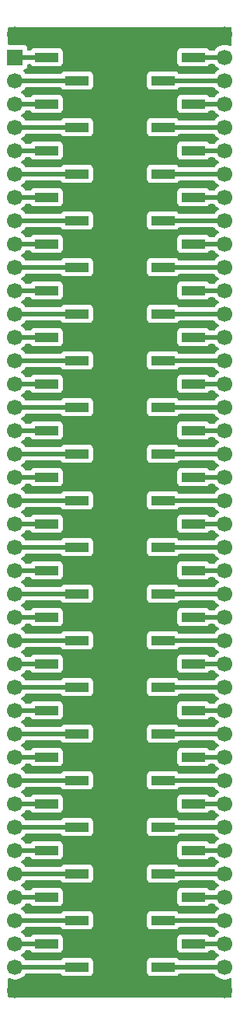
<source format=gbl>
G04 #@! TF.GenerationSoftware,KiCad,Pcbnew,9.0.6*
G04 #@! TF.CreationDate,2026-01-07T12:33:40-06:00*
G04 #@! TF.ProjectId,QFN-80_10x10_P0.4,51464e2d-3830-45f3-9130-7831305f5030,rev?*
G04 #@! TF.SameCoordinates,Original*
G04 #@! TF.FileFunction,Copper,L2,Bot*
G04 #@! TF.FilePolarity,Positive*
%FSLAX46Y46*%
G04 Gerber Fmt 4.6, Leading zero omitted, Abs format (unit mm)*
G04 Created by KiCad (PCBNEW 9.0.6) date 2026-01-07 12:33:40*
%MOMM*%
%LPD*%
G01*
G04 APERTURE LIST*
G04 Aperture macros list*
%AMRotRect*
0 Rectangle, with rotation*
0 The origin of the aperture is its center*
0 $1 length*
0 $2 width*
0 $3 Rotation angle, in degrees counterclockwise*
0 Add horizontal line*
21,1,$1,$2,0,0,$3*%
G04 Aperture macros list end*
G04 #@! TA.AperFunction,HeatsinkPad*
%ADD10C,0.500000*%
G04 #@! TD*
G04 #@! TA.AperFunction,HeatsinkPad*
%ADD11RotRect,4.750000X4.750000X315.000000*%
G04 #@! TD*
G04 #@! TA.AperFunction,ComponentPad*
%ADD12C,1.700000*%
G04 #@! TD*
G04 #@! TA.AperFunction,ComponentPad*
%ADD13R,1.700000X1.700000*%
G04 #@! TD*
G04 #@! TA.AperFunction,SMDPad,CuDef*
%ADD14R,2.510000X1.000000*%
G04 #@! TD*
G04 #@! TA.AperFunction,ViaPad*
%ADD15C,0.600000*%
G04 #@! TD*
G04 #@! TA.AperFunction,Conductor*
%ADD16C,0.500000*%
G04 #@! TD*
G04 APERTURE END LIST*
D10*
X138430000Y-126219390D03*
X137404695Y-127244695D03*
X136379390Y-128270000D03*
X139455305Y-127244695D03*
X138430000Y-128270000D03*
D11*
X138430000Y-128270000D03*
D10*
X137404695Y-129295305D03*
X140480610Y-128270000D03*
X139455305Y-129295305D03*
X138430000Y-130320610D03*
D12*
X127000000Y-177800000D03*
X127000000Y-180340000D03*
X127000000Y-76200000D03*
D13*
X127000000Y-78740000D03*
D12*
X127000000Y-81280000D03*
X127000000Y-83820000D03*
X127000000Y-86360000D03*
X127000000Y-88900000D03*
X127000000Y-91440000D03*
X127000000Y-93980000D03*
X127000000Y-96520000D03*
X127000000Y-99060000D03*
X127000000Y-101600000D03*
X127000000Y-104140000D03*
X127000000Y-106680000D03*
X127000000Y-109220000D03*
X127000000Y-111760000D03*
X127000000Y-114300000D03*
X127000000Y-116840000D03*
X127000000Y-119380000D03*
X127000000Y-121920000D03*
X127000000Y-124460000D03*
X127000000Y-127000000D03*
X127000000Y-129540000D03*
X127000000Y-132080000D03*
X127000000Y-134620000D03*
X127000000Y-137160000D03*
X127000000Y-139700000D03*
X127000000Y-142240000D03*
X127000000Y-144780000D03*
X127000000Y-147320000D03*
X127000000Y-149860000D03*
X127000000Y-152400000D03*
X127000000Y-154940000D03*
X127000000Y-157480000D03*
X127000000Y-160020000D03*
X127000000Y-162560000D03*
X127000000Y-165100000D03*
X127000000Y-167640000D03*
X127000000Y-170180000D03*
X127000000Y-172720000D03*
X127000000Y-175260000D03*
X149860000Y-76200000D03*
X149860000Y-78740000D03*
X149860000Y-81280000D03*
X149860000Y-83820000D03*
X149860000Y-86360000D03*
X149860000Y-88900000D03*
X149860000Y-91440000D03*
X149860000Y-93980000D03*
X149860000Y-96520000D03*
X149860000Y-99060000D03*
X149860000Y-101600000D03*
X149860000Y-104140000D03*
X149860000Y-106680000D03*
X149860000Y-109220000D03*
X149860000Y-111760000D03*
X149860000Y-114300000D03*
X149860000Y-116840000D03*
X149860000Y-119380000D03*
X149860000Y-121920000D03*
X149860000Y-124460000D03*
X149860000Y-127000000D03*
X149860000Y-129540000D03*
X149860000Y-132080000D03*
X149860000Y-134620000D03*
X149860000Y-137160000D03*
X149860000Y-139700000D03*
X149860000Y-142240000D03*
X149860000Y-144780000D03*
X149860000Y-147320000D03*
X149860000Y-149860000D03*
X149860000Y-152400000D03*
X149860000Y-154940000D03*
X149860000Y-157480000D03*
X149860000Y-160020000D03*
X149860000Y-162560000D03*
X149860000Y-165100000D03*
X149860000Y-167640000D03*
X149860000Y-170180000D03*
X149860000Y-172720000D03*
X149860000Y-175260000D03*
X149860000Y-177800000D03*
X149860000Y-180340000D03*
D14*
X133734395Y-76200994D03*
X130424395Y-78740994D03*
X133734395Y-81280994D03*
X130424395Y-83820994D03*
X133734395Y-86360994D03*
X130424395Y-88900994D03*
X133734395Y-91440994D03*
X130424395Y-93980994D03*
X133734395Y-96520994D03*
X130424395Y-99060994D03*
X133734395Y-101600994D03*
X130424395Y-104140994D03*
X133734395Y-106680994D03*
X130424395Y-109220994D03*
X133734395Y-111760994D03*
X130424395Y-114300994D03*
X133734395Y-116840994D03*
X130424395Y-119380994D03*
X133734395Y-121920994D03*
X130424395Y-124460994D03*
X133734395Y-127000994D03*
X130424395Y-129540994D03*
X133734395Y-132080994D03*
X130424395Y-134620994D03*
X133734395Y-137160994D03*
X130424395Y-139700994D03*
X133734395Y-142240994D03*
X130424395Y-144780994D03*
X133734395Y-147320994D03*
X130424395Y-149860994D03*
X133734395Y-152400994D03*
X130424395Y-154940994D03*
X133734395Y-157480994D03*
X130424395Y-160020994D03*
X133734395Y-162560994D03*
X130424395Y-165100994D03*
X133734395Y-167640994D03*
X130424395Y-170180994D03*
X133734395Y-172720994D03*
X130424395Y-175260994D03*
X133735605Y-177800000D03*
X130425605Y-180340000D03*
X143124718Y-177799244D03*
X146434718Y-180339244D03*
X143125282Y-76200994D03*
X146435282Y-78740994D03*
X143125282Y-81280994D03*
X146435282Y-83820994D03*
X143125282Y-86360994D03*
X146435282Y-88900994D03*
X143125282Y-91440994D03*
X146435282Y-93980994D03*
X143125282Y-96520994D03*
X146435282Y-99060994D03*
X143125282Y-101600994D03*
X146435282Y-104140994D03*
X143125282Y-106680994D03*
X146435282Y-109220994D03*
X143125282Y-111760994D03*
X146435282Y-114300994D03*
X143125282Y-116840994D03*
X146435282Y-119380994D03*
X143125282Y-121920994D03*
X146435282Y-124460994D03*
X143125282Y-127000994D03*
X146435282Y-129540994D03*
X143125282Y-132080994D03*
X146435282Y-134620994D03*
X143125282Y-137160994D03*
X146435282Y-139700994D03*
X143125282Y-142240994D03*
X146435282Y-144780994D03*
X143125282Y-147320994D03*
X146435282Y-149860994D03*
X143125282Y-152400994D03*
X146435282Y-154940994D03*
X143125282Y-157480994D03*
X146435282Y-160020994D03*
X143125282Y-162560994D03*
X146435282Y-165100994D03*
X143125282Y-167640994D03*
X146435282Y-170180994D03*
X143125282Y-172720994D03*
X146435282Y-175260994D03*
D15*
X138430000Y-120650000D03*
X138430000Y-135890000D03*
X138430000Y-93980000D03*
X138430000Y-162560000D03*
D16*
X149859006Y-106680994D02*
X149860000Y-106680000D01*
X143125282Y-106680994D02*
X149859006Y-106680994D01*
X127000994Y-144780994D02*
X130424395Y-144780994D01*
X127000000Y-144780000D02*
X127000994Y-144780994D01*
X127000994Y-101600994D02*
X127000000Y-101600000D01*
X133734395Y-101600994D02*
X127000994Y-101600994D01*
X127000000Y-83820000D02*
X130423401Y-83820000D01*
X130423401Y-83820000D02*
X130424395Y-83820994D01*
X127000994Y-91440994D02*
X127000000Y-91440000D01*
X133734395Y-91440994D02*
X127000994Y-91440994D01*
X133734395Y-96520994D02*
X127000994Y-96520994D01*
X127000994Y-96520994D02*
X127000000Y-96520000D01*
X130423401Y-78740000D02*
X130424395Y-78740994D01*
X127000000Y-78740000D02*
X130423401Y-78740000D01*
X127000994Y-154940994D02*
X130424395Y-154940994D01*
X127000000Y-154940000D02*
X127000994Y-154940994D01*
X130423401Y-93980000D02*
X130424395Y-93980994D01*
X127000000Y-93980000D02*
X130423401Y-93980000D01*
X127000994Y-147320994D02*
X127000000Y-147320000D01*
X133734395Y-147320994D02*
X127000994Y-147320994D01*
X133734395Y-81280994D02*
X127000994Y-81280994D01*
X127000994Y-81280994D02*
X127000000Y-81280000D01*
X133734395Y-157480994D02*
X127000994Y-157480994D01*
X127000994Y-157480994D02*
X127000000Y-157480000D01*
X127000994Y-137160994D02*
X127000000Y-137160000D01*
X133734395Y-137160994D02*
X127000994Y-137160994D01*
X127000000Y-134620000D02*
X130423401Y-134620000D01*
X130423401Y-134620000D02*
X130424395Y-134620994D01*
X130423401Y-124460000D02*
X130424395Y-124460994D01*
X127000000Y-124460000D02*
X130423401Y-124460000D01*
X127000994Y-127000994D02*
X127000000Y-127000000D01*
X133734395Y-127000994D02*
X127000994Y-127000994D01*
X133734395Y-121920994D02*
X127000994Y-121920994D01*
X127000994Y-121920994D02*
X127000000Y-121920000D01*
X130423401Y-99060000D02*
X130424395Y-99060994D01*
X127000000Y-99060000D02*
X130423401Y-99060000D01*
X127000994Y-111760994D02*
X127000000Y-111760000D01*
X133734395Y-111760994D02*
X127000994Y-111760994D01*
X127000994Y-162560994D02*
X127000000Y-162560000D01*
X133734395Y-162560994D02*
X127000994Y-162560994D01*
X133734395Y-142240994D02*
X127000994Y-142240994D01*
X127000994Y-142240994D02*
X127000000Y-142240000D01*
X130423401Y-129540000D02*
X130424395Y-129540994D01*
X127000000Y-129540000D02*
X130423401Y-129540000D01*
X127000994Y-116840994D02*
X127000000Y-116840000D01*
X133734395Y-116840994D02*
X127000994Y-116840994D01*
X127000994Y-149860994D02*
X130424395Y-149860994D01*
X127000000Y-149860000D02*
X127000994Y-149860994D01*
X127000000Y-114300000D02*
X127000994Y-114300994D01*
X127000994Y-114300994D02*
X130424395Y-114300994D01*
X127000000Y-139700000D02*
X130423401Y-139700000D01*
X130423401Y-139700000D02*
X130424395Y-139700994D01*
X127000994Y-152400994D02*
X127000000Y-152400000D01*
X133734395Y-152400994D02*
X127000994Y-152400994D01*
X130423401Y-160020000D02*
X130424395Y-160020994D01*
X127000000Y-160020000D02*
X130423401Y-160020000D01*
X130423401Y-119380000D02*
X130424395Y-119380994D01*
X127000000Y-119380000D02*
X130423401Y-119380000D01*
X130423401Y-88900000D02*
X130424395Y-88900994D01*
X127000000Y-88900000D02*
X130423401Y-88900000D01*
X127000994Y-86360994D02*
X127000000Y-86360000D01*
X133734395Y-86360994D02*
X127000994Y-86360994D01*
X127000000Y-109220000D02*
X127000994Y-109220994D01*
X127000994Y-109220994D02*
X130424395Y-109220994D01*
X133734395Y-106680994D02*
X127000994Y-106680994D01*
X127000994Y-106680994D02*
X127000000Y-106680000D01*
X130423401Y-104140000D02*
X130424395Y-104140994D01*
X127000000Y-104140000D02*
X130423401Y-104140000D01*
X133734395Y-132080994D02*
X127000994Y-132080994D01*
X127000994Y-132080994D02*
X127000000Y-132080000D01*
X149859006Y-149860994D02*
X149860000Y-149860000D01*
X146435282Y-149860994D02*
X149859006Y-149860994D01*
X146435282Y-119380994D02*
X149859006Y-119380994D01*
X149859006Y-119380994D02*
X149860000Y-119380000D01*
X143125282Y-172720994D02*
X149859006Y-172720994D01*
X149859006Y-172720994D02*
X149860000Y-172720000D01*
X133735605Y-177800000D02*
X127000000Y-177800000D01*
X149859006Y-139700994D02*
X149860000Y-139700000D01*
X146435282Y-139700994D02*
X149859006Y-139700994D01*
X149859006Y-137160994D02*
X149860000Y-137160000D01*
X143125282Y-137160994D02*
X149859006Y-137160994D01*
X143125282Y-132080994D02*
X149859006Y-132080994D01*
X149859006Y-132080994D02*
X149860000Y-132080000D01*
X146435282Y-114300994D02*
X149859006Y-114300994D01*
X149859006Y-114300994D02*
X149860000Y-114300000D01*
X149859006Y-144780994D02*
X149860000Y-144780000D01*
X146435282Y-144780994D02*
X149859006Y-144780994D01*
X149859244Y-177799244D02*
X149860000Y-177800000D01*
X143124718Y-177799244D02*
X149859244Y-177799244D01*
X146435282Y-129540994D02*
X149859006Y-129540994D01*
X149859006Y-129540994D02*
X149860000Y-129540000D01*
X149859006Y-142240994D02*
X149860000Y-142240000D01*
X143125282Y-142240994D02*
X149859006Y-142240994D01*
X149859006Y-160020994D02*
X149860000Y-160020000D01*
X146435282Y-160020994D02*
X149859006Y-160020994D01*
X149859006Y-109220994D02*
X149860000Y-109220000D01*
X146435282Y-109220994D02*
X149859006Y-109220994D01*
X130423401Y-165100000D02*
X130424395Y-165100994D01*
X127000000Y-165100000D02*
X130423401Y-165100000D01*
X127000994Y-170180994D02*
X130424395Y-170180994D01*
X127000000Y-170180000D02*
X127000994Y-170180994D01*
X149859006Y-111760994D02*
X149860000Y-111760000D01*
X143125282Y-111760994D02*
X149859006Y-111760994D01*
X149859006Y-147320994D02*
X149860000Y-147320000D01*
X143125282Y-147320994D02*
X149859006Y-147320994D01*
X143125282Y-152400994D02*
X149859006Y-152400994D01*
X149859006Y-152400994D02*
X149860000Y-152400000D01*
X143125282Y-157480994D02*
X149859006Y-157480994D01*
X149859006Y-157480994D02*
X149860000Y-157480000D01*
X143125282Y-167640994D02*
X149859006Y-167640994D01*
X149859006Y-167640994D02*
X149860000Y-167640000D01*
X149859006Y-121920994D02*
X149860000Y-121920000D01*
X143125282Y-121920994D02*
X149859006Y-121920994D01*
X149859006Y-162560994D02*
X149860000Y-162560000D01*
X143125282Y-162560994D02*
X149859006Y-162560994D01*
X127000994Y-175260994D02*
X130424395Y-175260994D01*
X127000000Y-175260000D02*
X127000994Y-175260994D01*
X143125282Y-116840994D02*
X149859006Y-116840994D01*
X149859006Y-116840994D02*
X149860000Y-116840000D01*
X146435282Y-165100994D02*
X149859006Y-165100994D01*
X149859006Y-165100994D02*
X149860000Y-165100000D01*
X146435282Y-170180994D02*
X149859006Y-170180994D01*
X149859006Y-170180994D02*
X149860000Y-170180000D01*
X149859006Y-134620994D02*
X149860000Y-134620000D01*
X146435282Y-134620994D02*
X149859006Y-134620994D01*
X146435282Y-175260994D02*
X149859006Y-175260994D01*
X149859006Y-175260994D02*
X149860000Y-175260000D01*
X146435282Y-124460994D02*
X149859006Y-124460994D01*
X149859006Y-124460994D02*
X149860000Y-124460000D01*
X127000994Y-172720994D02*
X127000000Y-172720000D01*
X133734395Y-172720994D02*
X127000994Y-172720994D01*
X149859006Y-127000994D02*
X149860000Y-127000000D01*
X143125282Y-127000994D02*
X149859006Y-127000994D01*
X133734395Y-167640994D02*
X127000994Y-167640994D01*
X127000994Y-167640994D02*
X127000000Y-167640000D01*
X146435282Y-154940994D02*
X149859006Y-154940994D01*
X149859006Y-154940994D02*
X149860000Y-154940000D01*
X127000000Y-180340000D02*
X130425605Y-180340000D01*
X130425605Y-180340000D02*
X146433962Y-180340000D01*
X146434718Y-180339244D02*
X149859244Y-180339244D01*
X149859244Y-180339244D02*
X149860000Y-180340000D01*
X146433962Y-180340000D02*
X146434718Y-180339244D01*
X127000994Y-76200994D02*
X127000000Y-76200000D01*
X149859006Y-76200994D02*
X149860000Y-76200000D01*
X133734395Y-76200994D02*
X127000994Y-76200994D01*
X143125282Y-76200994D02*
X149859006Y-76200994D01*
X133734395Y-76200994D02*
X143125282Y-76200994D01*
X149859006Y-88900994D02*
X149860000Y-88900000D01*
X146435282Y-88900994D02*
X149859006Y-88900994D01*
X143125282Y-101600994D02*
X149859006Y-101600994D01*
X149859006Y-101600994D02*
X149860000Y-101600000D01*
X149859006Y-83820994D02*
X149860000Y-83820000D01*
X146435282Y-83820994D02*
X149859006Y-83820994D01*
X146435282Y-99060994D02*
X149859006Y-99060994D01*
X149859006Y-99060994D02*
X149860000Y-99060000D01*
X149859006Y-78740994D02*
X149860000Y-78740000D01*
X146435282Y-78740994D02*
X149859006Y-78740994D01*
X143125282Y-81280994D02*
X149859006Y-81280994D01*
X149859006Y-81280994D02*
X149860000Y-81280000D01*
X149859006Y-91440994D02*
X149860000Y-91440000D01*
X143125282Y-91440994D02*
X149859006Y-91440994D01*
X149859006Y-86360994D02*
X149860000Y-86360000D01*
X143125282Y-86360994D02*
X149859006Y-86360994D01*
X146435282Y-104140994D02*
X149859006Y-104140994D01*
X149859006Y-104140994D02*
X149860000Y-104140000D01*
X146435282Y-93980994D02*
X149859006Y-93980994D01*
X149859006Y-93980994D02*
X149860000Y-93980000D01*
X149859006Y-96520994D02*
X149860000Y-96520000D01*
X143125282Y-96520994D02*
X149859006Y-96520994D01*
G04 #@! TA.AperFunction,Conductor*
G36*
X150572539Y-75450185D02*
G01*
X150618294Y-75502989D01*
X150629500Y-75554500D01*
X150629500Y-77414028D01*
X150609815Y-77481067D01*
X150557011Y-77526822D01*
X150487853Y-77536766D01*
X150449206Y-77524513D01*
X150378417Y-77488445D01*
X150378414Y-77488444D01*
X150378412Y-77488443D01*
X150176243Y-77422754D01*
X150176241Y-77422753D01*
X150176240Y-77422753D01*
X150014957Y-77397208D01*
X149966287Y-77389500D01*
X149753713Y-77389500D01*
X149705042Y-77397208D01*
X149543760Y-77422753D01*
X149341585Y-77488444D01*
X149152179Y-77584951D01*
X148980213Y-77709890D01*
X148829892Y-77860211D01*
X148772376Y-77939378D01*
X148717046Y-77982045D01*
X148672057Y-77990494D01*
X148190033Y-77990494D01*
X148122994Y-77970809D01*
X148090767Y-77940806D01*
X148047830Y-77883451D01*
X148047829Y-77883450D01*
X148047828Y-77883448D01*
X148023853Y-77865500D01*
X147932617Y-77797200D01*
X147932610Y-77797196D01*
X147797764Y-77746902D01*
X147797765Y-77746902D01*
X147738165Y-77740495D01*
X147738163Y-77740494D01*
X147738155Y-77740494D01*
X147738146Y-77740494D01*
X145132411Y-77740494D01*
X145132405Y-77740495D01*
X145072798Y-77746902D01*
X144937953Y-77797196D01*
X144937946Y-77797200D01*
X144822737Y-77883446D01*
X144822734Y-77883449D01*
X144736488Y-77998658D01*
X144736484Y-77998665D01*
X144686190Y-78133511D01*
X144679783Y-78193110D01*
X144679783Y-78193117D01*
X144679782Y-78193129D01*
X144679782Y-79288864D01*
X144679783Y-79288870D01*
X144686190Y-79348477D01*
X144736484Y-79483322D01*
X144736488Y-79483329D01*
X144822734Y-79598538D01*
X144822737Y-79598541D01*
X144937946Y-79684787D01*
X144937953Y-79684791D01*
X145072799Y-79735085D01*
X145072798Y-79735085D01*
X145079726Y-79735829D01*
X145132409Y-79741494D01*
X147738154Y-79741493D01*
X147797765Y-79735085D01*
X147932613Y-79684790D01*
X148047828Y-79598540D01*
X148086066Y-79547461D01*
X148090767Y-79541182D01*
X148146701Y-79499312D01*
X148190033Y-79491494D01*
X148673501Y-79491494D01*
X148740540Y-79511179D01*
X148773819Y-79542608D01*
X148826051Y-79614500D01*
X148829896Y-79619792D01*
X148980213Y-79770109D01*
X149152182Y-79895050D01*
X149160946Y-79899516D01*
X149211742Y-79947491D01*
X149228536Y-80015312D01*
X149205998Y-80081447D01*
X149160946Y-80120484D01*
X149152182Y-80124949D01*
X148980213Y-80249890D01*
X148829892Y-80400211D01*
X148772376Y-80479378D01*
X148717046Y-80522045D01*
X148672057Y-80530494D01*
X144880033Y-80530494D01*
X144812994Y-80510809D01*
X144780767Y-80480806D01*
X144737830Y-80423451D01*
X144737828Y-80423448D01*
X144737824Y-80423445D01*
X144622617Y-80337200D01*
X144622610Y-80337196D01*
X144487764Y-80286902D01*
X144487765Y-80286902D01*
X144428165Y-80280495D01*
X144428163Y-80280494D01*
X144428155Y-80280494D01*
X144428146Y-80280494D01*
X141822411Y-80280494D01*
X141822405Y-80280495D01*
X141762798Y-80286902D01*
X141627953Y-80337196D01*
X141627946Y-80337200D01*
X141512737Y-80423446D01*
X141512734Y-80423449D01*
X141426488Y-80538658D01*
X141426484Y-80538665D01*
X141376190Y-80673511D01*
X141369783Y-80733110D01*
X141369783Y-80733117D01*
X141369782Y-80733129D01*
X141369782Y-81828864D01*
X141369783Y-81828870D01*
X141376190Y-81888477D01*
X141426484Y-82023322D01*
X141426488Y-82023329D01*
X141512734Y-82138538D01*
X141512737Y-82138541D01*
X141627946Y-82224787D01*
X141627953Y-82224791D01*
X141762799Y-82275085D01*
X141762798Y-82275085D01*
X141769726Y-82275829D01*
X141822409Y-82281494D01*
X144428154Y-82281493D01*
X144487765Y-82275085D01*
X144622613Y-82224790D01*
X144737828Y-82138540D01*
X144764509Y-82102897D01*
X144780767Y-82081182D01*
X144836701Y-82039312D01*
X144880033Y-82031494D01*
X148673501Y-82031494D01*
X148740540Y-82051179D01*
X148773820Y-82082609D01*
X148829896Y-82159792D01*
X148980213Y-82310109D01*
X149152182Y-82435050D01*
X149160946Y-82439516D01*
X149211742Y-82487491D01*
X149228536Y-82555312D01*
X149205998Y-82621447D01*
X149160946Y-82660484D01*
X149152182Y-82664949D01*
X148980213Y-82789890D01*
X148829892Y-82940211D01*
X148772376Y-83019378D01*
X148717046Y-83062045D01*
X148672057Y-83070494D01*
X148190033Y-83070494D01*
X148122994Y-83050809D01*
X148090767Y-83020806D01*
X148047830Y-82963451D01*
X148047829Y-82963450D01*
X148047828Y-82963448D01*
X148047824Y-82963445D01*
X147932617Y-82877200D01*
X147932610Y-82877196D01*
X147797764Y-82826902D01*
X147797765Y-82826902D01*
X147738165Y-82820495D01*
X147738163Y-82820494D01*
X147738155Y-82820494D01*
X147738146Y-82820494D01*
X145132411Y-82820494D01*
X145132405Y-82820495D01*
X145072798Y-82826902D01*
X144937953Y-82877196D01*
X144937946Y-82877200D01*
X144822737Y-82963446D01*
X144822734Y-82963449D01*
X144736488Y-83078658D01*
X144736484Y-83078665D01*
X144686190Y-83213511D01*
X144679783Y-83273110D01*
X144679783Y-83273117D01*
X144679782Y-83273129D01*
X144679782Y-84368864D01*
X144679783Y-84368870D01*
X144686190Y-84428477D01*
X144736484Y-84563322D01*
X144736488Y-84563329D01*
X144822734Y-84678538D01*
X144822737Y-84678541D01*
X144937946Y-84764787D01*
X144937953Y-84764791D01*
X145072799Y-84815085D01*
X145072798Y-84815085D01*
X145079726Y-84815829D01*
X145132409Y-84821494D01*
X147738154Y-84821493D01*
X147797765Y-84815085D01*
X147932613Y-84764790D01*
X148047828Y-84678540D01*
X148074509Y-84642897D01*
X148090767Y-84621182D01*
X148146701Y-84579312D01*
X148190033Y-84571494D01*
X148673501Y-84571494D01*
X148740540Y-84591179D01*
X148773820Y-84622609D01*
X148829896Y-84699792D01*
X148980213Y-84850109D01*
X149152182Y-84975050D01*
X149160946Y-84979516D01*
X149211742Y-85027491D01*
X149228536Y-85095312D01*
X149205998Y-85161447D01*
X149160946Y-85200484D01*
X149152182Y-85204949D01*
X148980213Y-85329890D01*
X148829892Y-85480211D01*
X148772376Y-85559378D01*
X148717046Y-85602045D01*
X148672057Y-85610494D01*
X144880033Y-85610494D01*
X144812994Y-85590809D01*
X144780767Y-85560806D01*
X144737830Y-85503451D01*
X144737828Y-85503448D01*
X144737824Y-85503445D01*
X144622617Y-85417200D01*
X144622610Y-85417196D01*
X144487764Y-85366902D01*
X144487765Y-85366902D01*
X144428165Y-85360495D01*
X144428163Y-85360494D01*
X144428155Y-85360494D01*
X144428146Y-85360494D01*
X141822411Y-85360494D01*
X141822405Y-85360495D01*
X141762798Y-85366902D01*
X141627953Y-85417196D01*
X141627946Y-85417200D01*
X141512737Y-85503446D01*
X141512734Y-85503449D01*
X141426488Y-85618658D01*
X141426484Y-85618665D01*
X141376190Y-85753511D01*
X141369783Y-85813110D01*
X141369783Y-85813117D01*
X141369782Y-85813129D01*
X141369782Y-86908864D01*
X141369783Y-86908870D01*
X141376190Y-86968477D01*
X141426484Y-87103322D01*
X141426488Y-87103329D01*
X141512734Y-87218538D01*
X141512737Y-87218541D01*
X141627946Y-87304787D01*
X141627953Y-87304791D01*
X141762799Y-87355085D01*
X141762798Y-87355085D01*
X141769726Y-87355829D01*
X141822409Y-87361494D01*
X144428154Y-87361493D01*
X144487765Y-87355085D01*
X144622613Y-87304790D01*
X144737828Y-87218540D01*
X144764509Y-87182897D01*
X144780767Y-87161182D01*
X144836701Y-87119312D01*
X144880033Y-87111494D01*
X148673501Y-87111494D01*
X148740540Y-87131179D01*
X148773820Y-87162609D01*
X148829896Y-87239792D01*
X148980213Y-87390109D01*
X149152182Y-87515050D01*
X149160946Y-87519516D01*
X149211742Y-87567491D01*
X149228536Y-87635312D01*
X149205998Y-87701447D01*
X149160946Y-87740484D01*
X149152182Y-87744949D01*
X148980213Y-87869890D01*
X148829892Y-88020211D01*
X148772376Y-88099378D01*
X148717046Y-88142045D01*
X148672057Y-88150494D01*
X148190033Y-88150494D01*
X148122994Y-88130809D01*
X148090767Y-88100806D01*
X148047830Y-88043451D01*
X148047829Y-88043450D01*
X148047828Y-88043448D01*
X148047824Y-88043445D01*
X147932617Y-87957200D01*
X147932610Y-87957196D01*
X147797764Y-87906902D01*
X147797765Y-87906902D01*
X147738165Y-87900495D01*
X147738163Y-87900494D01*
X147738155Y-87900494D01*
X147738146Y-87900494D01*
X145132411Y-87900494D01*
X145132405Y-87900495D01*
X145072798Y-87906902D01*
X144937953Y-87957196D01*
X144937946Y-87957200D01*
X144822737Y-88043446D01*
X144822734Y-88043449D01*
X144736488Y-88158658D01*
X144736484Y-88158665D01*
X144686190Y-88293511D01*
X144679783Y-88353110D01*
X144679783Y-88353117D01*
X144679782Y-88353129D01*
X144679782Y-89448864D01*
X144679783Y-89448870D01*
X144686190Y-89508477D01*
X144736484Y-89643322D01*
X144736488Y-89643329D01*
X144822734Y-89758538D01*
X144822737Y-89758541D01*
X144937946Y-89844787D01*
X144937953Y-89844791D01*
X145072799Y-89895085D01*
X145072798Y-89895085D01*
X145079726Y-89895829D01*
X145132409Y-89901494D01*
X147738154Y-89901493D01*
X147797765Y-89895085D01*
X147932613Y-89844790D01*
X148047828Y-89758540D01*
X148074509Y-89722897D01*
X148090767Y-89701182D01*
X148146701Y-89659312D01*
X148190033Y-89651494D01*
X148673501Y-89651494D01*
X148740540Y-89671179D01*
X148773820Y-89702609D01*
X148829896Y-89779792D01*
X148980213Y-89930109D01*
X149152182Y-90055050D01*
X149160946Y-90059516D01*
X149211742Y-90107491D01*
X149228536Y-90175312D01*
X149205998Y-90241447D01*
X149160946Y-90280484D01*
X149152182Y-90284949D01*
X148980213Y-90409890D01*
X148829892Y-90560211D01*
X148772376Y-90639378D01*
X148717046Y-90682045D01*
X148672057Y-90690494D01*
X144880033Y-90690494D01*
X144812994Y-90670809D01*
X144780767Y-90640806D01*
X144737830Y-90583451D01*
X144737828Y-90583448D01*
X144737824Y-90583445D01*
X144622617Y-90497200D01*
X144622610Y-90497196D01*
X144487764Y-90446902D01*
X144487765Y-90446902D01*
X144428165Y-90440495D01*
X144428163Y-90440494D01*
X144428155Y-90440494D01*
X144428146Y-90440494D01*
X141822411Y-90440494D01*
X141822405Y-90440495D01*
X141762798Y-90446902D01*
X141627953Y-90497196D01*
X141627946Y-90497200D01*
X141512737Y-90583446D01*
X141512734Y-90583449D01*
X141426488Y-90698658D01*
X141426484Y-90698665D01*
X141376190Y-90833511D01*
X141369783Y-90893110D01*
X141369783Y-90893117D01*
X141369782Y-90893129D01*
X141369782Y-91988864D01*
X141369783Y-91988870D01*
X141376190Y-92048477D01*
X141426484Y-92183322D01*
X141426488Y-92183329D01*
X141512734Y-92298538D01*
X141512737Y-92298541D01*
X141627946Y-92384787D01*
X141627953Y-92384791D01*
X141762799Y-92435085D01*
X141762798Y-92435085D01*
X141769726Y-92435829D01*
X141822409Y-92441494D01*
X144428154Y-92441493D01*
X144487765Y-92435085D01*
X144622613Y-92384790D01*
X144737828Y-92298540D01*
X144764509Y-92262897D01*
X144780767Y-92241182D01*
X144836701Y-92199312D01*
X144880033Y-92191494D01*
X148673501Y-92191494D01*
X148740540Y-92211179D01*
X148773820Y-92242609D01*
X148829896Y-92319792D01*
X148980213Y-92470109D01*
X149152182Y-92595050D01*
X149160946Y-92599516D01*
X149211742Y-92647491D01*
X149228536Y-92715312D01*
X149205998Y-92781447D01*
X149160946Y-92820484D01*
X149152182Y-92824949D01*
X148980213Y-92949890D01*
X148829892Y-93100211D01*
X148772376Y-93179378D01*
X148717046Y-93222045D01*
X148672057Y-93230494D01*
X148190033Y-93230494D01*
X148122994Y-93210809D01*
X148090767Y-93180806D01*
X148047830Y-93123451D01*
X148047829Y-93123450D01*
X148047828Y-93123448D01*
X148047824Y-93123445D01*
X147932617Y-93037200D01*
X147932610Y-93037196D01*
X147797764Y-92986902D01*
X147797765Y-92986902D01*
X147738165Y-92980495D01*
X147738163Y-92980494D01*
X147738155Y-92980494D01*
X147738146Y-92980494D01*
X145132411Y-92980494D01*
X145132405Y-92980495D01*
X145072798Y-92986902D01*
X144937953Y-93037196D01*
X144937946Y-93037200D01*
X144822737Y-93123446D01*
X144822734Y-93123449D01*
X144736488Y-93238658D01*
X144736484Y-93238665D01*
X144686190Y-93373511D01*
X144679783Y-93433110D01*
X144679783Y-93433117D01*
X144679782Y-93433129D01*
X144679782Y-94528864D01*
X144679783Y-94528870D01*
X144686190Y-94588477D01*
X144736484Y-94723322D01*
X144736488Y-94723329D01*
X144822734Y-94838538D01*
X144822737Y-94838541D01*
X144937946Y-94924787D01*
X144937953Y-94924791D01*
X145072799Y-94975085D01*
X145072798Y-94975085D01*
X145079726Y-94975829D01*
X145132409Y-94981494D01*
X147738154Y-94981493D01*
X147797765Y-94975085D01*
X147932613Y-94924790D01*
X148047828Y-94838540D01*
X148074509Y-94802897D01*
X148090767Y-94781182D01*
X148146701Y-94739312D01*
X148190033Y-94731494D01*
X148673501Y-94731494D01*
X148740540Y-94751179D01*
X148773820Y-94782609D01*
X148829896Y-94859792D01*
X148980213Y-95010109D01*
X149152182Y-95135050D01*
X149160946Y-95139516D01*
X149211742Y-95187491D01*
X149228536Y-95255312D01*
X149205998Y-95321447D01*
X149160946Y-95360484D01*
X149152182Y-95364949D01*
X148980213Y-95489890D01*
X148829892Y-95640211D01*
X148772376Y-95719378D01*
X148717046Y-95762045D01*
X148672057Y-95770494D01*
X144880033Y-95770494D01*
X144812994Y-95750809D01*
X144780767Y-95720806D01*
X144737830Y-95663451D01*
X144737828Y-95663448D01*
X144737824Y-95663445D01*
X144622617Y-95577200D01*
X144622610Y-95577196D01*
X144487764Y-95526902D01*
X144487765Y-95526902D01*
X144428165Y-95520495D01*
X144428163Y-95520494D01*
X144428155Y-95520494D01*
X144428146Y-95520494D01*
X141822411Y-95520494D01*
X141822405Y-95520495D01*
X141762798Y-95526902D01*
X141627953Y-95577196D01*
X141627946Y-95577200D01*
X141512737Y-95663446D01*
X141512734Y-95663449D01*
X141426488Y-95778658D01*
X141426484Y-95778665D01*
X141376190Y-95913511D01*
X141369783Y-95973110D01*
X141369783Y-95973117D01*
X141369782Y-95973129D01*
X141369782Y-97068864D01*
X141369783Y-97068870D01*
X141376190Y-97128477D01*
X141426484Y-97263322D01*
X141426488Y-97263329D01*
X141512734Y-97378538D01*
X141512737Y-97378541D01*
X141627946Y-97464787D01*
X141627953Y-97464791D01*
X141762799Y-97515085D01*
X141762798Y-97515085D01*
X141769726Y-97515829D01*
X141822409Y-97521494D01*
X144428154Y-97521493D01*
X144487765Y-97515085D01*
X144622613Y-97464790D01*
X144737828Y-97378540D01*
X144764509Y-97342897D01*
X144780767Y-97321182D01*
X144836701Y-97279312D01*
X144880033Y-97271494D01*
X148673501Y-97271494D01*
X148740540Y-97291179D01*
X148773820Y-97322609D01*
X148829896Y-97399792D01*
X148980213Y-97550109D01*
X149152182Y-97675050D01*
X149160946Y-97679516D01*
X149211742Y-97727491D01*
X149228536Y-97795312D01*
X149205998Y-97861447D01*
X149160946Y-97900484D01*
X149152182Y-97904949D01*
X148980213Y-98029890D01*
X148829892Y-98180211D01*
X148772376Y-98259378D01*
X148717046Y-98302045D01*
X148672057Y-98310494D01*
X148190033Y-98310494D01*
X148122994Y-98290809D01*
X148090767Y-98260806D01*
X148047830Y-98203451D01*
X148047829Y-98203450D01*
X148047828Y-98203448D01*
X148047824Y-98203445D01*
X147932617Y-98117200D01*
X147932610Y-98117196D01*
X147797764Y-98066902D01*
X147797765Y-98066902D01*
X147738165Y-98060495D01*
X147738163Y-98060494D01*
X147738155Y-98060494D01*
X147738146Y-98060494D01*
X145132411Y-98060494D01*
X145132405Y-98060495D01*
X145072798Y-98066902D01*
X144937953Y-98117196D01*
X144937946Y-98117200D01*
X144822737Y-98203446D01*
X144822734Y-98203449D01*
X144736488Y-98318658D01*
X144736484Y-98318665D01*
X144686190Y-98453511D01*
X144679783Y-98513110D01*
X144679783Y-98513117D01*
X144679782Y-98513129D01*
X144679782Y-99608864D01*
X144679783Y-99608870D01*
X144686190Y-99668477D01*
X144736484Y-99803322D01*
X144736488Y-99803329D01*
X144822734Y-99918538D01*
X144822737Y-99918541D01*
X144937946Y-100004787D01*
X144937953Y-100004791D01*
X145072799Y-100055085D01*
X145072798Y-100055085D01*
X145079726Y-100055829D01*
X145132409Y-100061494D01*
X147738154Y-100061493D01*
X147797765Y-100055085D01*
X147932613Y-100004790D01*
X148047828Y-99918540D01*
X148074509Y-99882897D01*
X148090767Y-99861182D01*
X148146701Y-99819312D01*
X148190033Y-99811494D01*
X148673501Y-99811494D01*
X148740540Y-99831179D01*
X148773820Y-99862609D01*
X148829896Y-99939792D01*
X148980213Y-100090109D01*
X149152182Y-100215050D01*
X149160946Y-100219516D01*
X149211742Y-100267491D01*
X149228536Y-100335312D01*
X149205998Y-100401447D01*
X149160946Y-100440484D01*
X149152182Y-100444949D01*
X148980213Y-100569890D01*
X148829892Y-100720211D01*
X148772376Y-100799378D01*
X148717046Y-100842045D01*
X148672057Y-100850494D01*
X144880033Y-100850494D01*
X144812994Y-100830809D01*
X144780767Y-100800806D01*
X144737830Y-100743451D01*
X144737828Y-100743448D01*
X144737824Y-100743445D01*
X144622617Y-100657200D01*
X144622610Y-100657196D01*
X144487764Y-100606902D01*
X144487765Y-100606902D01*
X144428165Y-100600495D01*
X144428163Y-100600494D01*
X144428155Y-100600494D01*
X144428146Y-100600494D01*
X141822411Y-100600494D01*
X141822405Y-100600495D01*
X141762798Y-100606902D01*
X141627953Y-100657196D01*
X141627946Y-100657200D01*
X141512737Y-100743446D01*
X141512734Y-100743449D01*
X141426488Y-100858658D01*
X141426484Y-100858665D01*
X141376190Y-100993511D01*
X141369783Y-101053110D01*
X141369783Y-101053117D01*
X141369782Y-101053129D01*
X141369782Y-102148864D01*
X141369783Y-102148870D01*
X141376190Y-102208477D01*
X141426484Y-102343322D01*
X141426488Y-102343329D01*
X141512734Y-102458538D01*
X141512737Y-102458541D01*
X141627946Y-102544787D01*
X141627953Y-102544791D01*
X141762799Y-102595085D01*
X141762798Y-102595085D01*
X141769726Y-102595829D01*
X141822409Y-102601494D01*
X144428154Y-102601493D01*
X144487765Y-102595085D01*
X144622613Y-102544790D01*
X144737828Y-102458540D01*
X144764509Y-102422897D01*
X144780767Y-102401182D01*
X144836701Y-102359312D01*
X144880033Y-102351494D01*
X148673501Y-102351494D01*
X148740540Y-102371179D01*
X148773820Y-102402609D01*
X148829896Y-102479792D01*
X148980213Y-102630109D01*
X149152182Y-102755050D01*
X149160946Y-102759516D01*
X149211742Y-102807491D01*
X149228536Y-102875312D01*
X149205998Y-102941447D01*
X149160946Y-102980484D01*
X149152182Y-102984949D01*
X148980213Y-103109890D01*
X148829892Y-103260211D01*
X148772376Y-103339378D01*
X148717046Y-103382045D01*
X148672057Y-103390494D01*
X148190033Y-103390494D01*
X148122994Y-103370809D01*
X148090767Y-103340806D01*
X148047830Y-103283451D01*
X148047829Y-103283450D01*
X148047828Y-103283448D01*
X148047824Y-103283445D01*
X147932617Y-103197200D01*
X147932610Y-103197196D01*
X147797764Y-103146902D01*
X147797765Y-103146902D01*
X147738165Y-103140495D01*
X147738163Y-103140494D01*
X147738155Y-103140494D01*
X147738146Y-103140494D01*
X145132411Y-103140494D01*
X145132405Y-103140495D01*
X145072798Y-103146902D01*
X144937953Y-103197196D01*
X144937946Y-103197200D01*
X144822737Y-103283446D01*
X144822734Y-103283449D01*
X144736488Y-103398658D01*
X144736484Y-103398665D01*
X144686190Y-103533511D01*
X144679783Y-103593110D01*
X144679783Y-103593117D01*
X144679782Y-103593129D01*
X144679782Y-104688864D01*
X144679783Y-104688870D01*
X144686190Y-104748477D01*
X144736484Y-104883322D01*
X144736488Y-104883329D01*
X144822734Y-104998538D01*
X144822737Y-104998541D01*
X144937946Y-105084787D01*
X144937953Y-105084791D01*
X145072799Y-105135085D01*
X145072798Y-105135085D01*
X145079726Y-105135829D01*
X145132409Y-105141494D01*
X147738154Y-105141493D01*
X147797765Y-105135085D01*
X147932613Y-105084790D01*
X148047828Y-104998540D01*
X148074509Y-104962897D01*
X148090767Y-104941182D01*
X148146701Y-104899312D01*
X148190033Y-104891494D01*
X148673501Y-104891494D01*
X148740540Y-104911179D01*
X148773820Y-104942609D01*
X148829896Y-105019792D01*
X148980213Y-105170109D01*
X149152182Y-105295050D01*
X149160946Y-105299516D01*
X149211742Y-105347491D01*
X149228536Y-105415312D01*
X149205998Y-105481447D01*
X149160946Y-105520484D01*
X149152182Y-105524949D01*
X148980213Y-105649890D01*
X148829892Y-105800211D01*
X148772376Y-105879378D01*
X148717046Y-105922045D01*
X148672057Y-105930494D01*
X144880033Y-105930494D01*
X144812994Y-105910809D01*
X144780767Y-105880806D01*
X144737830Y-105823451D01*
X144737828Y-105823448D01*
X144737824Y-105823445D01*
X144622617Y-105737200D01*
X144622610Y-105737196D01*
X144487764Y-105686902D01*
X144487765Y-105686902D01*
X144428165Y-105680495D01*
X144428163Y-105680494D01*
X144428155Y-105680494D01*
X144428146Y-105680494D01*
X141822411Y-105680494D01*
X141822405Y-105680495D01*
X141762798Y-105686902D01*
X141627953Y-105737196D01*
X141627946Y-105737200D01*
X141512737Y-105823446D01*
X141512734Y-105823449D01*
X141426488Y-105938658D01*
X141426484Y-105938665D01*
X141376190Y-106073511D01*
X141369783Y-106133110D01*
X141369783Y-106133117D01*
X141369782Y-106133129D01*
X141369782Y-107228864D01*
X141369783Y-107228870D01*
X141376190Y-107288477D01*
X141426484Y-107423322D01*
X141426488Y-107423329D01*
X141512734Y-107538538D01*
X141512737Y-107538541D01*
X141627946Y-107624787D01*
X141627953Y-107624791D01*
X141762799Y-107675085D01*
X141762798Y-107675085D01*
X141769726Y-107675829D01*
X141822409Y-107681494D01*
X144428154Y-107681493D01*
X144487765Y-107675085D01*
X144622613Y-107624790D01*
X144737828Y-107538540D01*
X144764509Y-107502897D01*
X144780767Y-107481182D01*
X144836701Y-107439312D01*
X144880033Y-107431494D01*
X148673501Y-107431494D01*
X148740540Y-107451179D01*
X148773820Y-107482609D01*
X148829896Y-107559792D01*
X148980213Y-107710109D01*
X149152182Y-107835050D01*
X149160946Y-107839516D01*
X149211742Y-107887491D01*
X149228536Y-107955312D01*
X149205998Y-108021447D01*
X149160946Y-108060484D01*
X149152182Y-108064949D01*
X148980213Y-108189890D01*
X148829892Y-108340211D01*
X148772376Y-108419378D01*
X148717046Y-108462045D01*
X148672057Y-108470494D01*
X148190033Y-108470494D01*
X148122994Y-108450809D01*
X148090767Y-108420806D01*
X148047830Y-108363451D01*
X148047828Y-108363448D01*
X148047824Y-108363445D01*
X147932617Y-108277200D01*
X147932610Y-108277196D01*
X147797764Y-108226902D01*
X147797765Y-108226902D01*
X147738165Y-108220495D01*
X147738163Y-108220494D01*
X147738155Y-108220494D01*
X147738146Y-108220494D01*
X145132411Y-108220494D01*
X145132405Y-108220495D01*
X145072798Y-108226902D01*
X144937953Y-108277196D01*
X144937946Y-108277200D01*
X144822737Y-108363446D01*
X144822734Y-108363449D01*
X144736488Y-108478658D01*
X144736484Y-108478665D01*
X144686190Y-108613511D01*
X144679783Y-108673110D01*
X144679783Y-108673117D01*
X144679782Y-108673129D01*
X144679782Y-109768864D01*
X144679783Y-109768870D01*
X144686190Y-109828477D01*
X144736484Y-109963322D01*
X144736488Y-109963329D01*
X144822734Y-110078538D01*
X144822737Y-110078541D01*
X144937946Y-110164787D01*
X144937953Y-110164791D01*
X145072799Y-110215085D01*
X145072798Y-110215085D01*
X145079726Y-110215829D01*
X145132409Y-110221494D01*
X147738154Y-110221493D01*
X147797765Y-110215085D01*
X147932613Y-110164790D01*
X148047828Y-110078540D01*
X148074509Y-110042897D01*
X148090767Y-110021182D01*
X148146701Y-109979312D01*
X148190033Y-109971494D01*
X148673501Y-109971494D01*
X148740540Y-109991179D01*
X148773820Y-110022609D01*
X148829896Y-110099792D01*
X148980213Y-110250109D01*
X149152182Y-110375050D01*
X149160946Y-110379516D01*
X149211742Y-110427491D01*
X149228536Y-110495312D01*
X149205998Y-110561447D01*
X149160946Y-110600484D01*
X149152182Y-110604949D01*
X148980213Y-110729890D01*
X148829892Y-110880211D01*
X148772376Y-110959378D01*
X148717046Y-111002045D01*
X148672057Y-111010494D01*
X144880033Y-111010494D01*
X144812994Y-110990809D01*
X144780767Y-110960806D01*
X144737830Y-110903451D01*
X144737828Y-110903448D01*
X144737824Y-110903445D01*
X144622617Y-110817200D01*
X144622610Y-110817196D01*
X144487764Y-110766902D01*
X144487765Y-110766902D01*
X144428165Y-110760495D01*
X144428163Y-110760494D01*
X144428155Y-110760494D01*
X144428146Y-110760494D01*
X141822411Y-110760494D01*
X141822405Y-110760495D01*
X141762798Y-110766902D01*
X141627953Y-110817196D01*
X141627946Y-110817200D01*
X141512737Y-110903446D01*
X141512734Y-110903449D01*
X141426488Y-111018658D01*
X141426484Y-111018665D01*
X141376190Y-111153511D01*
X141369783Y-111213110D01*
X141369783Y-111213117D01*
X141369782Y-111213129D01*
X141369782Y-112308864D01*
X141369783Y-112308870D01*
X141376190Y-112368477D01*
X141426484Y-112503322D01*
X141426488Y-112503329D01*
X141512734Y-112618538D01*
X141512737Y-112618541D01*
X141627946Y-112704787D01*
X141627953Y-112704791D01*
X141762799Y-112755085D01*
X141762798Y-112755085D01*
X141769726Y-112755829D01*
X141822409Y-112761494D01*
X144428154Y-112761493D01*
X144487765Y-112755085D01*
X144622613Y-112704790D01*
X144737828Y-112618540D01*
X144764509Y-112582897D01*
X144780767Y-112561182D01*
X144836701Y-112519312D01*
X144880033Y-112511494D01*
X148673501Y-112511494D01*
X148740540Y-112531179D01*
X148773820Y-112562609D01*
X148829896Y-112639792D01*
X148980213Y-112790109D01*
X149152182Y-112915050D01*
X149160946Y-112919516D01*
X149211742Y-112967491D01*
X149228536Y-113035312D01*
X149205998Y-113101447D01*
X149160946Y-113140484D01*
X149152182Y-113144949D01*
X148980213Y-113269890D01*
X148829892Y-113420211D01*
X148772376Y-113499378D01*
X148717046Y-113542045D01*
X148672057Y-113550494D01*
X148190033Y-113550494D01*
X148122994Y-113530809D01*
X148090767Y-113500806D01*
X148047830Y-113443451D01*
X148047828Y-113443448D01*
X148047824Y-113443445D01*
X147932617Y-113357200D01*
X147932610Y-113357196D01*
X147797764Y-113306902D01*
X147797765Y-113306902D01*
X147738165Y-113300495D01*
X147738163Y-113300494D01*
X147738155Y-113300494D01*
X147738146Y-113300494D01*
X145132411Y-113300494D01*
X145132405Y-113300495D01*
X145072798Y-113306902D01*
X144937953Y-113357196D01*
X144937946Y-113357200D01*
X144822737Y-113443446D01*
X144822734Y-113443449D01*
X144736488Y-113558658D01*
X144736484Y-113558665D01*
X144686190Y-113693511D01*
X144679783Y-113753110D01*
X144679783Y-113753117D01*
X144679782Y-113753129D01*
X144679782Y-114848864D01*
X144679783Y-114848870D01*
X144686190Y-114908477D01*
X144736484Y-115043322D01*
X144736488Y-115043329D01*
X144822734Y-115158538D01*
X144822737Y-115158541D01*
X144937946Y-115244787D01*
X144937953Y-115244791D01*
X145072799Y-115295085D01*
X145072798Y-115295085D01*
X145079726Y-115295829D01*
X145132409Y-115301494D01*
X147738154Y-115301493D01*
X147797765Y-115295085D01*
X147932613Y-115244790D01*
X148047828Y-115158540D01*
X148074509Y-115122897D01*
X148090767Y-115101182D01*
X148146701Y-115059312D01*
X148190033Y-115051494D01*
X148673501Y-115051494D01*
X148740540Y-115071179D01*
X148773820Y-115102609D01*
X148829896Y-115179792D01*
X148980213Y-115330109D01*
X149152182Y-115455050D01*
X149160946Y-115459516D01*
X149211742Y-115507491D01*
X149228536Y-115575312D01*
X149205998Y-115641447D01*
X149160946Y-115680484D01*
X149152182Y-115684949D01*
X148980213Y-115809890D01*
X148829892Y-115960211D01*
X148772376Y-116039378D01*
X148717046Y-116082045D01*
X148672057Y-116090494D01*
X144880033Y-116090494D01*
X144812994Y-116070809D01*
X144780767Y-116040806D01*
X144737830Y-115983451D01*
X144737828Y-115983448D01*
X144737824Y-115983445D01*
X144622617Y-115897200D01*
X144622610Y-115897196D01*
X144487764Y-115846902D01*
X144487765Y-115846902D01*
X144428165Y-115840495D01*
X144428163Y-115840494D01*
X144428155Y-115840494D01*
X144428146Y-115840494D01*
X141822411Y-115840494D01*
X141822405Y-115840495D01*
X141762798Y-115846902D01*
X141627953Y-115897196D01*
X141627946Y-115897200D01*
X141512737Y-115983446D01*
X141512734Y-115983449D01*
X141426488Y-116098658D01*
X141426484Y-116098665D01*
X141376190Y-116233511D01*
X141369783Y-116293110D01*
X141369783Y-116293117D01*
X141369782Y-116293129D01*
X141369782Y-117388864D01*
X141369783Y-117388870D01*
X141376190Y-117448477D01*
X141426484Y-117583322D01*
X141426488Y-117583329D01*
X141512734Y-117698538D01*
X141512737Y-117698541D01*
X141627946Y-117784787D01*
X141627953Y-117784791D01*
X141762799Y-117835085D01*
X141762798Y-117835085D01*
X141769726Y-117835829D01*
X141822409Y-117841494D01*
X144428154Y-117841493D01*
X144487765Y-117835085D01*
X144622613Y-117784790D01*
X144737828Y-117698540D01*
X144764509Y-117662897D01*
X144780767Y-117641182D01*
X144836701Y-117599312D01*
X144880033Y-117591494D01*
X148673501Y-117591494D01*
X148740540Y-117611179D01*
X148773820Y-117642609D01*
X148829896Y-117719792D01*
X148980213Y-117870109D01*
X149152182Y-117995050D01*
X149160946Y-117999516D01*
X149211742Y-118047491D01*
X149228536Y-118115312D01*
X149205998Y-118181447D01*
X149160946Y-118220484D01*
X149152182Y-118224949D01*
X148980213Y-118349890D01*
X148829892Y-118500211D01*
X148772376Y-118579378D01*
X148717046Y-118622045D01*
X148672057Y-118630494D01*
X148190033Y-118630494D01*
X148122994Y-118610809D01*
X148090767Y-118580806D01*
X148047830Y-118523451D01*
X148047829Y-118523450D01*
X148047828Y-118523448D01*
X148047824Y-118523445D01*
X147932617Y-118437200D01*
X147932610Y-118437196D01*
X147797764Y-118386902D01*
X147797765Y-118386902D01*
X147738165Y-118380495D01*
X147738163Y-118380494D01*
X147738155Y-118380494D01*
X147738146Y-118380494D01*
X145132411Y-118380494D01*
X145132405Y-118380495D01*
X145072798Y-118386902D01*
X144937953Y-118437196D01*
X144937946Y-118437200D01*
X144822737Y-118523446D01*
X144822734Y-118523449D01*
X144736488Y-118638658D01*
X144736484Y-118638665D01*
X144686190Y-118773511D01*
X144679783Y-118833110D01*
X144679783Y-118833117D01*
X144679782Y-118833129D01*
X144679782Y-119928864D01*
X144679783Y-119928870D01*
X144686190Y-119988477D01*
X144736484Y-120123322D01*
X144736488Y-120123329D01*
X144822734Y-120238538D01*
X144822737Y-120238541D01*
X144937946Y-120324787D01*
X144937953Y-120324791D01*
X145072799Y-120375085D01*
X145072798Y-120375085D01*
X145079726Y-120375829D01*
X145132409Y-120381494D01*
X147738154Y-120381493D01*
X147797765Y-120375085D01*
X147932613Y-120324790D01*
X148047828Y-120238540D01*
X148074509Y-120202897D01*
X148090767Y-120181182D01*
X148146701Y-120139312D01*
X148190033Y-120131494D01*
X148673501Y-120131494D01*
X148740540Y-120151179D01*
X148773820Y-120182609D01*
X148829896Y-120259792D01*
X148980213Y-120410109D01*
X149152182Y-120535050D01*
X149160946Y-120539516D01*
X149211742Y-120587491D01*
X149228536Y-120655312D01*
X149205998Y-120721447D01*
X149160946Y-120760484D01*
X149152182Y-120764949D01*
X148980213Y-120889890D01*
X148829892Y-121040211D01*
X148772376Y-121119378D01*
X148717046Y-121162045D01*
X148672057Y-121170494D01*
X144880033Y-121170494D01*
X144812994Y-121150809D01*
X144780767Y-121120806D01*
X144737830Y-121063451D01*
X144737828Y-121063448D01*
X144737824Y-121063445D01*
X144622617Y-120977200D01*
X144622610Y-120977196D01*
X144487764Y-120926902D01*
X144487765Y-120926902D01*
X144428165Y-120920495D01*
X144428163Y-120920494D01*
X144428155Y-120920494D01*
X144428146Y-120920494D01*
X141822411Y-120920494D01*
X141822405Y-120920495D01*
X141762798Y-120926902D01*
X141627953Y-120977196D01*
X141627946Y-120977200D01*
X141512737Y-121063446D01*
X141512734Y-121063449D01*
X141426488Y-121178658D01*
X141426484Y-121178665D01*
X141376190Y-121313511D01*
X141369783Y-121373110D01*
X141369783Y-121373117D01*
X141369782Y-121373129D01*
X141369782Y-122468864D01*
X141369783Y-122468870D01*
X141376190Y-122528477D01*
X141426484Y-122663322D01*
X141426488Y-122663329D01*
X141512734Y-122778538D01*
X141512737Y-122778541D01*
X141627946Y-122864787D01*
X141627953Y-122864791D01*
X141762799Y-122915085D01*
X141762798Y-122915085D01*
X141769726Y-122915829D01*
X141822409Y-122921494D01*
X144428154Y-122921493D01*
X144487765Y-122915085D01*
X144622613Y-122864790D01*
X144737828Y-122778540D01*
X144764509Y-122742897D01*
X144780767Y-122721182D01*
X144836701Y-122679312D01*
X144880033Y-122671494D01*
X148673501Y-122671494D01*
X148740540Y-122691179D01*
X148773820Y-122722609D01*
X148829896Y-122799792D01*
X148980213Y-122950109D01*
X149152182Y-123075050D01*
X149160946Y-123079516D01*
X149211742Y-123127491D01*
X149228536Y-123195312D01*
X149205998Y-123261447D01*
X149160946Y-123300484D01*
X149152182Y-123304949D01*
X148980213Y-123429890D01*
X148829892Y-123580211D01*
X148772376Y-123659378D01*
X148717046Y-123702045D01*
X148672057Y-123710494D01*
X148190033Y-123710494D01*
X148122994Y-123690809D01*
X148090767Y-123660806D01*
X148047830Y-123603451D01*
X148047829Y-123603450D01*
X148047828Y-123603448D01*
X148047824Y-123603445D01*
X147932617Y-123517200D01*
X147932610Y-123517196D01*
X147797764Y-123466902D01*
X147797765Y-123466902D01*
X147738165Y-123460495D01*
X147738163Y-123460494D01*
X147738155Y-123460494D01*
X147738146Y-123460494D01*
X145132411Y-123460494D01*
X145132405Y-123460495D01*
X145072798Y-123466902D01*
X144937953Y-123517196D01*
X144937946Y-123517200D01*
X144822737Y-123603446D01*
X144822734Y-123603449D01*
X144736488Y-123718658D01*
X144736484Y-123718665D01*
X144686190Y-123853511D01*
X144679783Y-123913110D01*
X144679783Y-123913117D01*
X144679782Y-123913129D01*
X144679782Y-125008864D01*
X144679783Y-125008870D01*
X144686190Y-125068477D01*
X144736484Y-125203322D01*
X144736488Y-125203329D01*
X144822734Y-125318538D01*
X144822737Y-125318541D01*
X144937946Y-125404787D01*
X144937953Y-125404791D01*
X145072799Y-125455085D01*
X145072798Y-125455085D01*
X145079726Y-125455829D01*
X145132409Y-125461494D01*
X147738154Y-125461493D01*
X147797765Y-125455085D01*
X147932613Y-125404790D01*
X148047828Y-125318540D01*
X148074509Y-125282897D01*
X148090767Y-125261182D01*
X148146701Y-125219312D01*
X148190033Y-125211494D01*
X148673501Y-125211494D01*
X148740540Y-125231179D01*
X148773820Y-125262609D01*
X148829896Y-125339792D01*
X148980213Y-125490109D01*
X149152182Y-125615050D01*
X149160946Y-125619516D01*
X149211742Y-125667491D01*
X149228536Y-125735312D01*
X149205998Y-125801447D01*
X149160946Y-125840484D01*
X149152182Y-125844949D01*
X148980213Y-125969890D01*
X148829892Y-126120211D01*
X148772376Y-126199378D01*
X148717046Y-126242045D01*
X148672057Y-126250494D01*
X144880033Y-126250494D01*
X144812994Y-126230809D01*
X144780767Y-126200806D01*
X144737830Y-126143451D01*
X144737828Y-126143448D01*
X144737824Y-126143445D01*
X144622617Y-126057200D01*
X144622610Y-126057196D01*
X144487764Y-126006902D01*
X144487765Y-126006902D01*
X144428165Y-126000495D01*
X144428163Y-126000494D01*
X144428155Y-126000494D01*
X144428146Y-126000494D01*
X141822411Y-126000494D01*
X141822405Y-126000495D01*
X141762798Y-126006902D01*
X141627953Y-126057196D01*
X141627946Y-126057200D01*
X141512737Y-126143446D01*
X141512734Y-126143449D01*
X141426488Y-126258658D01*
X141426484Y-126258665D01*
X141376190Y-126393511D01*
X141369783Y-126453110D01*
X141369783Y-126453117D01*
X141369782Y-126453129D01*
X141369782Y-127548864D01*
X141369783Y-127548870D01*
X141376190Y-127608477D01*
X141426484Y-127743322D01*
X141426488Y-127743329D01*
X141512734Y-127858538D01*
X141512737Y-127858541D01*
X141627946Y-127944787D01*
X141627953Y-127944791D01*
X141762799Y-127995085D01*
X141762798Y-127995085D01*
X141769726Y-127995829D01*
X141822409Y-128001494D01*
X144428154Y-128001493D01*
X144487765Y-127995085D01*
X144622613Y-127944790D01*
X144737828Y-127858540D01*
X144764509Y-127822897D01*
X144780767Y-127801182D01*
X144836701Y-127759312D01*
X144880033Y-127751494D01*
X148673501Y-127751494D01*
X148740540Y-127771179D01*
X148773820Y-127802609D01*
X148829896Y-127879792D01*
X148980213Y-128030109D01*
X149152182Y-128155050D01*
X149160946Y-128159516D01*
X149211742Y-128207491D01*
X149228536Y-128275312D01*
X149205998Y-128341447D01*
X149160946Y-128380484D01*
X149152182Y-128384949D01*
X148980213Y-128509890D01*
X148829892Y-128660211D01*
X148772376Y-128739378D01*
X148717046Y-128782045D01*
X148672057Y-128790494D01*
X148190033Y-128790494D01*
X148122994Y-128770809D01*
X148090767Y-128740806D01*
X148047830Y-128683451D01*
X148047829Y-128683450D01*
X148047828Y-128683448D01*
X148047824Y-128683445D01*
X147932617Y-128597200D01*
X147932610Y-128597196D01*
X147797764Y-128546902D01*
X147797765Y-128546902D01*
X147738165Y-128540495D01*
X147738163Y-128540494D01*
X147738155Y-128540494D01*
X147738146Y-128540494D01*
X145132411Y-128540494D01*
X145132405Y-128540495D01*
X145072798Y-128546902D01*
X144937953Y-128597196D01*
X144937946Y-128597200D01*
X144822737Y-128683446D01*
X144822734Y-128683449D01*
X144736488Y-128798658D01*
X144736484Y-128798665D01*
X144686190Y-128933511D01*
X144679783Y-128993110D01*
X144679783Y-128993117D01*
X144679782Y-128993129D01*
X144679782Y-130088864D01*
X144679783Y-130088870D01*
X144686190Y-130148477D01*
X144736484Y-130283322D01*
X144736488Y-130283329D01*
X144822734Y-130398538D01*
X144822737Y-130398541D01*
X144937946Y-130484787D01*
X144937953Y-130484791D01*
X145072799Y-130535085D01*
X145072798Y-130535085D01*
X145079726Y-130535829D01*
X145132409Y-130541494D01*
X147738154Y-130541493D01*
X147797765Y-130535085D01*
X147932613Y-130484790D01*
X148047828Y-130398540D01*
X148074509Y-130362897D01*
X148090767Y-130341182D01*
X148146701Y-130299312D01*
X148190033Y-130291494D01*
X148673501Y-130291494D01*
X148740540Y-130311179D01*
X148773820Y-130342609D01*
X148829896Y-130419792D01*
X148980213Y-130570109D01*
X149152182Y-130695050D01*
X149160946Y-130699516D01*
X149211742Y-130747491D01*
X149228536Y-130815312D01*
X149205998Y-130881447D01*
X149160946Y-130920484D01*
X149152182Y-130924949D01*
X148980213Y-131049890D01*
X148829892Y-131200211D01*
X148772376Y-131279378D01*
X148717046Y-131322045D01*
X148672057Y-131330494D01*
X144880033Y-131330494D01*
X144812994Y-131310809D01*
X144780767Y-131280806D01*
X144737830Y-131223451D01*
X144737828Y-131223448D01*
X144737824Y-131223445D01*
X144622617Y-131137200D01*
X144622610Y-131137196D01*
X144487764Y-131086902D01*
X144487765Y-131086902D01*
X144428165Y-131080495D01*
X144428163Y-131080494D01*
X144428155Y-131080494D01*
X144428146Y-131080494D01*
X141822411Y-131080494D01*
X141822405Y-131080495D01*
X141762798Y-131086902D01*
X141627953Y-131137196D01*
X141627946Y-131137200D01*
X141512737Y-131223446D01*
X141512734Y-131223449D01*
X141426488Y-131338658D01*
X141426484Y-131338665D01*
X141376190Y-131473511D01*
X141369783Y-131533110D01*
X141369783Y-131533117D01*
X141369782Y-131533129D01*
X141369782Y-132628864D01*
X141369783Y-132628870D01*
X141376190Y-132688477D01*
X141426484Y-132823322D01*
X141426488Y-132823329D01*
X141512734Y-132938538D01*
X141512737Y-132938541D01*
X141627946Y-133024787D01*
X141627953Y-133024791D01*
X141762799Y-133075085D01*
X141762798Y-133075085D01*
X141769726Y-133075829D01*
X141822409Y-133081494D01*
X144428154Y-133081493D01*
X144487765Y-133075085D01*
X144622613Y-133024790D01*
X144737828Y-132938540D01*
X144764509Y-132902897D01*
X144780767Y-132881182D01*
X144836701Y-132839312D01*
X144880033Y-132831494D01*
X148673501Y-132831494D01*
X148740540Y-132851179D01*
X148773820Y-132882609D01*
X148829896Y-132959792D01*
X148980213Y-133110109D01*
X149152182Y-133235050D01*
X149160946Y-133239516D01*
X149211742Y-133287491D01*
X149228536Y-133355312D01*
X149205998Y-133421447D01*
X149160946Y-133460484D01*
X149152182Y-133464949D01*
X148980213Y-133589890D01*
X148829892Y-133740211D01*
X148772376Y-133819378D01*
X148717046Y-133862045D01*
X148672057Y-133870494D01*
X148190033Y-133870494D01*
X148122994Y-133850809D01*
X148090767Y-133820806D01*
X148047830Y-133763451D01*
X148047829Y-133763450D01*
X148047828Y-133763448D01*
X148047824Y-133763445D01*
X147932617Y-133677200D01*
X147932610Y-133677196D01*
X147797764Y-133626902D01*
X147797765Y-133626902D01*
X147738165Y-133620495D01*
X147738163Y-133620494D01*
X147738155Y-133620494D01*
X147738146Y-133620494D01*
X145132411Y-133620494D01*
X145132405Y-133620495D01*
X145072798Y-133626902D01*
X144937953Y-133677196D01*
X144937946Y-133677200D01*
X144822737Y-133763446D01*
X144822734Y-133763449D01*
X144736488Y-133878658D01*
X144736484Y-133878665D01*
X144686190Y-134013511D01*
X144679783Y-134073110D01*
X144679783Y-134073117D01*
X144679782Y-134073129D01*
X144679782Y-135168864D01*
X144679783Y-135168870D01*
X144686190Y-135228477D01*
X144736484Y-135363322D01*
X144736488Y-135363329D01*
X144822734Y-135478538D01*
X144822737Y-135478541D01*
X144937946Y-135564787D01*
X144937953Y-135564791D01*
X145072799Y-135615085D01*
X145072798Y-135615085D01*
X145079726Y-135615829D01*
X145132409Y-135621494D01*
X147738154Y-135621493D01*
X147797765Y-135615085D01*
X147932613Y-135564790D01*
X148047828Y-135478540D01*
X148074509Y-135442897D01*
X148090767Y-135421182D01*
X148146701Y-135379312D01*
X148190033Y-135371494D01*
X148673501Y-135371494D01*
X148740540Y-135391179D01*
X148773820Y-135422609D01*
X148829896Y-135499792D01*
X148980213Y-135650109D01*
X149152182Y-135775050D01*
X149160946Y-135779516D01*
X149211742Y-135827491D01*
X149228536Y-135895312D01*
X149205998Y-135961447D01*
X149160946Y-136000484D01*
X149152182Y-136004949D01*
X148980213Y-136129890D01*
X148829892Y-136280211D01*
X148772376Y-136359378D01*
X148717046Y-136402045D01*
X148672057Y-136410494D01*
X144880033Y-136410494D01*
X144812994Y-136390809D01*
X144780767Y-136360806D01*
X144737830Y-136303451D01*
X144737828Y-136303448D01*
X144737824Y-136303445D01*
X144622617Y-136217200D01*
X144622610Y-136217196D01*
X144487764Y-136166902D01*
X144487765Y-136166902D01*
X144428165Y-136160495D01*
X144428163Y-136160494D01*
X144428155Y-136160494D01*
X144428146Y-136160494D01*
X141822411Y-136160494D01*
X141822405Y-136160495D01*
X141762798Y-136166902D01*
X141627953Y-136217196D01*
X141627946Y-136217200D01*
X141512737Y-136303446D01*
X141512734Y-136303449D01*
X141426488Y-136418658D01*
X141426484Y-136418665D01*
X141376190Y-136553511D01*
X141369783Y-136613110D01*
X141369783Y-136613117D01*
X141369782Y-136613129D01*
X141369782Y-137708864D01*
X141369783Y-137708870D01*
X141376190Y-137768477D01*
X141426484Y-137903322D01*
X141426488Y-137903329D01*
X141512734Y-138018538D01*
X141512737Y-138018541D01*
X141627946Y-138104787D01*
X141627953Y-138104791D01*
X141762799Y-138155085D01*
X141762798Y-138155085D01*
X141769726Y-138155829D01*
X141822409Y-138161494D01*
X144428154Y-138161493D01*
X144487765Y-138155085D01*
X144622613Y-138104790D01*
X144737828Y-138018540D01*
X144764509Y-137982897D01*
X144780767Y-137961182D01*
X144836701Y-137919312D01*
X144880033Y-137911494D01*
X148673501Y-137911494D01*
X148740540Y-137931179D01*
X148773820Y-137962609D01*
X148829896Y-138039792D01*
X148980213Y-138190109D01*
X149152182Y-138315050D01*
X149160946Y-138319516D01*
X149211742Y-138367491D01*
X149228536Y-138435312D01*
X149205998Y-138501447D01*
X149160946Y-138540484D01*
X149152182Y-138544949D01*
X148980213Y-138669890D01*
X148829892Y-138820211D01*
X148772376Y-138899378D01*
X148717046Y-138942045D01*
X148672057Y-138950494D01*
X148190033Y-138950494D01*
X148122994Y-138930809D01*
X148090767Y-138900806D01*
X148047830Y-138843451D01*
X148047829Y-138843450D01*
X148047828Y-138843448D01*
X148047824Y-138843445D01*
X147932617Y-138757200D01*
X147932610Y-138757196D01*
X147797764Y-138706902D01*
X147797765Y-138706902D01*
X147738165Y-138700495D01*
X147738163Y-138700494D01*
X147738155Y-138700494D01*
X147738146Y-138700494D01*
X145132411Y-138700494D01*
X145132405Y-138700495D01*
X145072798Y-138706902D01*
X144937953Y-138757196D01*
X144937946Y-138757200D01*
X144822737Y-138843446D01*
X144822734Y-138843449D01*
X144736488Y-138958658D01*
X144736484Y-138958665D01*
X144686190Y-139093511D01*
X144679783Y-139153110D01*
X144679783Y-139153117D01*
X144679782Y-139153129D01*
X144679782Y-140248864D01*
X144679783Y-140248870D01*
X144686190Y-140308477D01*
X144736484Y-140443322D01*
X144736488Y-140443329D01*
X144822734Y-140558538D01*
X144822737Y-140558541D01*
X144937946Y-140644787D01*
X144937953Y-140644791D01*
X145072799Y-140695085D01*
X145072798Y-140695085D01*
X145079726Y-140695829D01*
X145132409Y-140701494D01*
X147738154Y-140701493D01*
X147797765Y-140695085D01*
X147932613Y-140644790D01*
X148047828Y-140558540D01*
X148074509Y-140522897D01*
X148090767Y-140501182D01*
X148146701Y-140459312D01*
X148190033Y-140451494D01*
X148673501Y-140451494D01*
X148740540Y-140471179D01*
X148773820Y-140502609D01*
X148829896Y-140579792D01*
X148980213Y-140730109D01*
X149152182Y-140855050D01*
X149160946Y-140859516D01*
X149211742Y-140907491D01*
X149228536Y-140975312D01*
X149205998Y-141041447D01*
X149160946Y-141080484D01*
X149152182Y-141084949D01*
X148980213Y-141209890D01*
X148829892Y-141360211D01*
X148772376Y-141439378D01*
X148717046Y-141482045D01*
X148672057Y-141490494D01*
X144880033Y-141490494D01*
X144812994Y-141470809D01*
X144780767Y-141440806D01*
X144737830Y-141383451D01*
X144737828Y-141383448D01*
X144737824Y-141383445D01*
X144622617Y-141297200D01*
X144622610Y-141297196D01*
X144487764Y-141246902D01*
X144487765Y-141246902D01*
X144428165Y-141240495D01*
X144428163Y-141240494D01*
X144428155Y-141240494D01*
X144428146Y-141240494D01*
X141822411Y-141240494D01*
X141822405Y-141240495D01*
X141762798Y-141246902D01*
X141627953Y-141297196D01*
X141627946Y-141297200D01*
X141512737Y-141383446D01*
X141512734Y-141383449D01*
X141426488Y-141498658D01*
X141426484Y-141498665D01*
X141376190Y-141633511D01*
X141369783Y-141693110D01*
X141369783Y-141693117D01*
X141369782Y-141693129D01*
X141369782Y-142788864D01*
X141369783Y-142788870D01*
X141376190Y-142848477D01*
X141426484Y-142983322D01*
X141426488Y-142983329D01*
X141512734Y-143098538D01*
X141512737Y-143098541D01*
X141627946Y-143184787D01*
X141627953Y-143184791D01*
X141762799Y-143235085D01*
X141762798Y-143235085D01*
X141769726Y-143235829D01*
X141822409Y-143241494D01*
X144428154Y-143241493D01*
X144487765Y-143235085D01*
X144622613Y-143184790D01*
X144737828Y-143098540D01*
X144764509Y-143062897D01*
X144780767Y-143041182D01*
X144836701Y-142999312D01*
X144880033Y-142991494D01*
X148673501Y-142991494D01*
X148740540Y-143011179D01*
X148773820Y-143042609D01*
X148829896Y-143119792D01*
X148980213Y-143270109D01*
X149152182Y-143395050D01*
X149160946Y-143399516D01*
X149211742Y-143447491D01*
X149228536Y-143515312D01*
X149205998Y-143581447D01*
X149160946Y-143620484D01*
X149152182Y-143624949D01*
X148980213Y-143749890D01*
X148829892Y-143900211D01*
X148772376Y-143979378D01*
X148717046Y-144022045D01*
X148672057Y-144030494D01*
X148190033Y-144030494D01*
X148122994Y-144010809D01*
X148090767Y-143980806D01*
X148047830Y-143923451D01*
X148047828Y-143923448D01*
X148047824Y-143923445D01*
X147932617Y-143837200D01*
X147932610Y-143837196D01*
X147797764Y-143786902D01*
X147797765Y-143786902D01*
X147738165Y-143780495D01*
X147738163Y-143780494D01*
X147738155Y-143780494D01*
X147738146Y-143780494D01*
X145132411Y-143780494D01*
X145132405Y-143780495D01*
X145072798Y-143786902D01*
X144937953Y-143837196D01*
X144937946Y-143837200D01*
X144822737Y-143923446D01*
X144822734Y-143923449D01*
X144736488Y-144038658D01*
X144736484Y-144038665D01*
X144686190Y-144173511D01*
X144679783Y-144233110D01*
X144679783Y-144233117D01*
X144679782Y-144233129D01*
X144679782Y-145328864D01*
X144679783Y-145328870D01*
X144686190Y-145388477D01*
X144736484Y-145523322D01*
X144736488Y-145523329D01*
X144822734Y-145638538D01*
X144822737Y-145638541D01*
X144937946Y-145724787D01*
X144937953Y-145724791D01*
X145072799Y-145775085D01*
X145072798Y-145775085D01*
X145079726Y-145775829D01*
X145132409Y-145781494D01*
X147738154Y-145781493D01*
X147797765Y-145775085D01*
X147932613Y-145724790D01*
X148047828Y-145638540D01*
X148074509Y-145602897D01*
X148090767Y-145581182D01*
X148146701Y-145539312D01*
X148190033Y-145531494D01*
X148673501Y-145531494D01*
X148740540Y-145551179D01*
X148773820Y-145582609D01*
X148829896Y-145659792D01*
X148980213Y-145810109D01*
X149152182Y-145935050D01*
X149160946Y-145939516D01*
X149211742Y-145987491D01*
X149228536Y-146055312D01*
X149205998Y-146121447D01*
X149160946Y-146160484D01*
X149152182Y-146164949D01*
X148980213Y-146289890D01*
X148829892Y-146440211D01*
X148772376Y-146519378D01*
X148717046Y-146562045D01*
X148672057Y-146570494D01*
X144880033Y-146570494D01*
X144812994Y-146550809D01*
X144780767Y-146520806D01*
X144737830Y-146463451D01*
X144737828Y-146463448D01*
X144737824Y-146463445D01*
X144622617Y-146377200D01*
X144622610Y-146377196D01*
X144487764Y-146326902D01*
X144487765Y-146326902D01*
X144428165Y-146320495D01*
X144428163Y-146320494D01*
X144428155Y-146320494D01*
X144428146Y-146320494D01*
X141822411Y-146320494D01*
X141822405Y-146320495D01*
X141762798Y-146326902D01*
X141627953Y-146377196D01*
X141627946Y-146377200D01*
X141512737Y-146463446D01*
X141512734Y-146463449D01*
X141426488Y-146578658D01*
X141426484Y-146578665D01*
X141376190Y-146713511D01*
X141369783Y-146773110D01*
X141369783Y-146773117D01*
X141369782Y-146773129D01*
X141369782Y-147868864D01*
X141369783Y-147868870D01*
X141376190Y-147928477D01*
X141426484Y-148063322D01*
X141426488Y-148063329D01*
X141512734Y-148178538D01*
X141512737Y-148178541D01*
X141627946Y-148264787D01*
X141627953Y-148264791D01*
X141762799Y-148315085D01*
X141762798Y-148315085D01*
X141769726Y-148315829D01*
X141822409Y-148321494D01*
X144428154Y-148321493D01*
X144487765Y-148315085D01*
X144622613Y-148264790D01*
X144737828Y-148178540D01*
X144764509Y-148142897D01*
X144780767Y-148121182D01*
X144836701Y-148079312D01*
X144880033Y-148071494D01*
X148673501Y-148071494D01*
X148740540Y-148091179D01*
X148773820Y-148122609D01*
X148829896Y-148199792D01*
X148980213Y-148350109D01*
X149152182Y-148475050D01*
X149160946Y-148479516D01*
X149211742Y-148527491D01*
X149228536Y-148595312D01*
X149205998Y-148661447D01*
X149160946Y-148700484D01*
X149152182Y-148704949D01*
X148980213Y-148829890D01*
X148829892Y-148980211D01*
X148772376Y-149059378D01*
X148717046Y-149102045D01*
X148672057Y-149110494D01*
X148190033Y-149110494D01*
X148122994Y-149090809D01*
X148090767Y-149060806D01*
X148047830Y-149003451D01*
X148047828Y-149003448D01*
X148047824Y-149003445D01*
X147932617Y-148917200D01*
X147932610Y-148917196D01*
X147797764Y-148866902D01*
X147797765Y-148866902D01*
X147738165Y-148860495D01*
X147738163Y-148860494D01*
X147738155Y-148860494D01*
X147738146Y-148860494D01*
X145132411Y-148860494D01*
X145132405Y-148860495D01*
X145072798Y-148866902D01*
X144937953Y-148917196D01*
X144937946Y-148917200D01*
X144822737Y-149003446D01*
X144822734Y-149003449D01*
X144736488Y-149118658D01*
X144736484Y-149118665D01*
X144686190Y-149253511D01*
X144679783Y-149313110D01*
X144679783Y-149313117D01*
X144679782Y-149313129D01*
X144679782Y-150408864D01*
X144679783Y-150408870D01*
X144686190Y-150468477D01*
X144736484Y-150603322D01*
X144736488Y-150603329D01*
X144822734Y-150718538D01*
X144822737Y-150718541D01*
X144937946Y-150804787D01*
X144937953Y-150804791D01*
X145072799Y-150855085D01*
X145072798Y-150855085D01*
X145079726Y-150855829D01*
X145132409Y-150861494D01*
X147738154Y-150861493D01*
X147797765Y-150855085D01*
X147932613Y-150804790D01*
X148047828Y-150718540D01*
X148074509Y-150682897D01*
X148090767Y-150661182D01*
X148146701Y-150619312D01*
X148190033Y-150611494D01*
X148673501Y-150611494D01*
X148740540Y-150631179D01*
X148773820Y-150662609D01*
X148829896Y-150739792D01*
X148980213Y-150890109D01*
X149152182Y-151015050D01*
X149160946Y-151019516D01*
X149211742Y-151067491D01*
X149228536Y-151135312D01*
X149205998Y-151201447D01*
X149160946Y-151240484D01*
X149152182Y-151244949D01*
X148980213Y-151369890D01*
X148829892Y-151520211D01*
X148772376Y-151599378D01*
X148717046Y-151642045D01*
X148672057Y-151650494D01*
X144880033Y-151650494D01*
X144812994Y-151630809D01*
X144780767Y-151600806D01*
X144737830Y-151543451D01*
X144737828Y-151543448D01*
X144737824Y-151543445D01*
X144622617Y-151457200D01*
X144622610Y-151457196D01*
X144487764Y-151406902D01*
X144487765Y-151406902D01*
X144428165Y-151400495D01*
X144428163Y-151400494D01*
X144428155Y-151400494D01*
X144428146Y-151400494D01*
X141822411Y-151400494D01*
X141822405Y-151400495D01*
X141762798Y-151406902D01*
X141627953Y-151457196D01*
X141627946Y-151457200D01*
X141512737Y-151543446D01*
X141512734Y-151543449D01*
X141426488Y-151658658D01*
X141426484Y-151658665D01*
X141376190Y-151793511D01*
X141369783Y-151853110D01*
X141369783Y-151853117D01*
X141369782Y-151853129D01*
X141369782Y-152948864D01*
X141369783Y-152948870D01*
X141376190Y-153008477D01*
X141426484Y-153143322D01*
X141426488Y-153143329D01*
X141512734Y-153258538D01*
X141512737Y-153258541D01*
X141627946Y-153344787D01*
X141627953Y-153344791D01*
X141762799Y-153395085D01*
X141762798Y-153395085D01*
X141769726Y-153395829D01*
X141822409Y-153401494D01*
X144428154Y-153401493D01*
X144487765Y-153395085D01*
X144622613Y-153344790D01*
X144737828Y-153258540D01*
X144764509Y-153222897D01*
X144780767Y-153201182D01*
X144836701Y-153159312D01*
X144880033Y-153151494D01*
X148673501Y-153151494D01*
X148740540Y-153171179D01*
X148773820Y-153202609D01*
X148829896Y-153279792D01*
X148980213Y-153430109D01*
X149152182Y-153555050D01*
X149160946Y-153559516D01*
X149211742Y-153607491D01*
X149228536Y-153675312D01*
X149205998Y-153741447D01*
X149160946Y-153780484D01*
X149152182Y-153784949D01*
X148980213Y-153909890D01*
X148829892Y-154060211D01*
X148772376Y-154139378D01*
X148717046Y-154182045D01*
X148672057Y-154190494D01*
X148190033Y-154190494D01*
X148122994Y-154170809D01*
X148090767Y-154140806D01*
X148047830Y-154083451D01*
X148047828Y-154083448D01*
X148047824Y-154083445D01*
X147932617Y-153997200D01*
X147932610Y-153997196D01*
X147797764Y-153946902D01*
X147797765Y-153946902D01*
X147738165Y-153940495D01*
X147738163Y-153940494D01*
X147738155Y-153940494D01*
X147738146Y-153940494D01*
X145132411Y-153940494D01*
X145132405Y-153940495D01*
X145072798Y-153946902D01*
X144937953Y-153997196D01*
X144937946Y-153997200D01*
X144822737Y-154083446D01*
X144822734Y-154083449D01*
X144736488Y-154198658D01*
X144736484Y-154198665D01*
X144686190Y-154333511D01*
X144679783Y-154393110D01*
X144679783Y-154393117D01*
X144679782Y-154393129D01*
X144679782Y-155488864D01*
X144679783Y-155488870D01*
X144686190Y-155548477D01*
X144736484Y-155683322D01*
X144736488Y-155683329D01*
X144822734Y-155798538D01*
X144822737Y-155798541D01*
X144937946Y-155884787D01*
X144937953Y-155884791D01*
X145072799Y-155935085D01*
X145072798Y-155935085D01*
X145079726Y-155935829D01*
X145132409Y-155941494D01*
X147738154Y-155941493D01*
X147797765Y-155935085D01*
X147932613Y-155884790D01*
X148047828Y-155798540D01*
X148074509Y-155762897D01*
X148090767Y-155741182D01*
X148146701Y-155699312D01*
X148190033Y-155691494D01*
X148673501Y-155691494D01*
X148740540Y-155711179D01*
X148773820Y-155742609D01*
X148829896Y-155819792D01*
X148980213Y-155970109D01*
X149152182Y-156095050D01*
X149160946Y-156099516D01*
X149211742Y-156147491D01*
X149228536Y-156215312D01*
X149205998Y-156281447D01*
X149160946Y-156320484D01*
X149152182Y-156324949D01*
X148980213Y-156449890D01*
X148829892Y-156600211D01*
X148772376Y-156679378D01*
X148717046Y-156722045D01*
X148672057Y-156730494D01*
X144880033Y-156730494D01*
X144812994Y-156710809D01*
X144780767Y-156680806D01*
X144737830Y-156623451D01*
X144737828Y-156623448D01*
X144737824Y-156623445D01*
X144622617Y-156537200D01*
X144622610Y-156537196D01*
X144487764Y-156486902D01*
X144487765Y-156486902D01*
X144428165Y-156480495D01*
X144428163Y-156480494D01*
X144428155Y-156480494D01*
X144428146Y-156480494D01*
X141822411Y-156480494D01*
X141822405Y-156480495D01*
X141762798Y-156486902D01*
X141627953Y-156537196D01*
X141627946Y-156537200D01*
X141512737Y-156623446D01*
X141512734Y-156623449D01*
X141426488Y-156738658D01*
X141426484Y-156738665D01*
X141376190Y-156873511D01*
X141369783Y-156933110D01*
X141369783Y-156933117D01*
X141369782Y-156933129D01*
X141369782Y-158028864D01*
X141369783Y-158028870D01*
X141376190Y-158088477D01*
X141426484Y-158223322D01*
X141426488Y-158223329D01*
X141512734Y-158338538D01*
X141512737Y-158338541D01*
X141627946Y-158424787D01*
X141627953Y-158424791D01*
X141762799Y-158475085D01*
X141762798Y-158475085D01*
X141769726Y-158475829D01*
X141822409Y-158481494D01*
X144428154Y-158481493D01*
X144487765Y-158475085D01*
X144622613Y-158424790D01*
X144737828Y-158338540D01*
X144764509Y-158302897D01*
X144780767Y-158281182D01*
X144836701Y-158239312D01*
X144880033Y-158231494D01*
X148673501Y-158231494D01*
X148740540Y-158251179D01*
X148773820Y-158282609D01*
X148829896Y-158359792D01*
X148980213Y-158510109D01*
X149152182Y-158635050D01*
X149160946Y-158639516D01*
X149211742Y-158687491D01*
X149228536Y-158755312D01*
X149205998Y-158821447D01*
X149160946Y-158860484D01*
X149152182Y-158864949D01*
X148980213Y-158989890D01*
X148829892Y-159140211D01*
X148772376Y-159219378D01*
X148717046Y-159262045D01*
X148672057Y-159270494D01*
X148190033Y-159270494D01*
X148122994Y-159250809D01*
X148090767Y-159220806D01*
X148047830Y-159163451D01*
X148047829Y-159163450D01*
X148047828Y-159163448D01*
X148047824Y-159163445D01*
X147932617Y-159077200D01*
X147932610Y-159077196D01*
X147797764Y-159026902D01*
X147797765Y-159026902D01*
X147738165Y-159020495D01*
X147738163Y-159020494D01*
X147738155Y-159020494D01*
X147738146Y-159020494D01*
X145132411Y-159020494D01*
X145132405Y-159020495D01*
X145072798Y-159026902D01*
X144937953Y-159077196D01*
X144937946Y-159077200D01*
X144822737Y-159163446D01*
X144822734Y-159163449D01*
X144736488Y-159278658D01*
X144736484Y-159278665D01*
X144686190Y-159413511D01*
X144679783Y-159473110D01*
X144679783Y-159473117D01*
X144679782Y-159473129D01*
X144679782Y-160568864D01*
X144679783Y-160568870D01*
X144686190Y-160628477D01*
X144736484Y-160763322D01*
X144736488Y-160763329D01*
X144822734Y-160878538D01*
X144822737Y-160878541D01*
X144937946Y-160964787D01*
X144937953Y-160964791D01*
X145072799Y-161015085D01*
X145072798Y-161015085D01*
X145079726Y-161015829D01*
X145132409Y-161021494D01*
X147738154Y-161021493D01*
X147797765Y-161015085D01*
X147932613Y-160964790D01*
X148047828Y-160878540D01*
X148074509Y-160842897D01*
X148090767Y-160821182D01*
X148146701Y-160779312D01*
X148190033Y-160771494D01*
X148673501Y-160771494D01*
X148740540Y-160791179D01*
X148773820Y-160822609D01*
X148829896Y-160899792D01*
X148980213Y-161050109D01*
X149152182Y-161175050D01*
X149160946Y-161179516D01*
X149211742Y-161227491D01*
X149228536Y-161295312D01*
X149205998Y-161361447D01*
X149160946Y-161400484D01*
X149152182Y-161404949D01*
X148980213Y-161529890D01*
X148829892Y-161680211D01*
X148772376Y-161759378D01*
X148717046Y-161802045D01*
X148672057Y-161810494D01*
X144880033Y-161810494D01*
X144812994Y-161790809D01*
X144780767Y-161760806D01*
X144737830Y-161703451D01*
X144737828Y-161703448D01*
X144737824Y-161703445D01*
X144622617Y-161617200D01*
X144622610Y-161617196D01*
X144487764Y-161566902D01*
X144487765Y-161566902D01*
X144428165Y-161560495D01*
X144428163Y-161560494D01*
X144428155Y-161560494D01*
X144428146Y-161560494D01*
X141822411Y-161560494D01*
X141822405Y-161560495D01*
X141762798Y-161566902D01*
X141627953Y-161617196D01*
X141627946Y-161617200D01*
X141512737Y-161703446D01*
X141512734Y-161703449D01*
X141426488Y-161818658D01*
X141426484Y-161818665D01*
X141376190Y-161953511D01*
X141369783Y-162013110D01*
X141369783Y-162013117D01*
X141369782Y-162013129D01*
X141369782Y-163108864D01*
X141369783Y-163108870D01*
X141376190Y-163168477D01*
X141426484Y-163303322D01*
X141426488Y-163303329D01*
X141512734Y-163418538D01*
X141512737Y-163418541D01*
X141627946Y-163504787D01*
X141627953Y-163504791D01*
X141762799Y-163555085D01*
X141762798Y-163555085D01*
X141769726Y-163555829D01*
X141822409Y-163561494D01*
X144428154Y-163561493D01*
X144487765Y-163555085D01*
X144622613Y-163504790D01*
X144737828Y-163418540D01*
X144764509Y-163382897D01*
X144780767Y-163361182D01*
X144836701Y-163319312D01*
X144880033Y-163311494D01*
X148673501Y-163311494D01*
X148740540Y-163331179D01*
X148773820Y-163362609D01*
X148829896Y-163439792D01*
X148980213Y-163590109D01*
X149152182Y-163715050D01*
X149160946Y-163719516D01*
X149211742Y-163767491D01*
X149228536Y-163835312D01*
X149205998Y-163901447D01*
X149160946Y-163940484D01*
X149152182Y-163944949D01*
X148980213Y-164069890D01*
X148829892Y-164220211D01*
X148772376Y-164299378D01*
X148717046Y-164342045D01*
X148672057Y-164350494D01*
X148190033Y-164350494D01*
X148122994Y-164330809D01*
X148090767Y-164300806D01*
X148047830Y-164243451D01*
X148047829Y-164243450D01*
X148047828Y-164243448D01*
X148047824Y-164243445D01*
X147932617Y-164157200D01*
X147932610Y-164157196D01*
X147797764Y-164106902D01*
X147797765Y-164106902D01*
X147738165Y-164100495D01*
X147738163Y-164100494D01*
X147738155Y-164100494D01*
X147738146Y-164100494D01*
X145132411Y-164100494D01*
X145132405Y-164100495D01*
X145072798Y-164106902D01*
X144937953Y-164157196D01*
X144937946Y-164157200D01*
X144822737Y-164243446D01*
X144822734Y-164243449D01*
X144736488Y-164358658D01*
X144736484Y-164358665D01*
X144686190Y-164493511D01*
X144679783Y-164553110D01*
X144679783Y-164553117D01*
X144679782Y-164553129D01*
X144679782Y-165648864D01*
X144679783Y-165648870D01*
X144686190Y-165708477D01*
X144736484Y-165843322D01*
X144736488Y-165843329D01*
X144822734Y-165958538D01*
X144822737Y-165958541D01*
X144937946Y-166044787D01*
X144937953Y-166044791D01*
X145072799Y-166095085D01*
X145072798Y-166095085D01*
X145079726Y-166095829D01*
X145132409Y-166101494D01*
X147738154Y-166101493D01*
X147797765Y-166095085D01*
X147932613Y-166044790D01*
X148047828Y-165958540D01*
X148074509Y-165922897D01*
X148090767Y-165901182D01*
X148146701Y-165859312D01*
X148190033Y-165851494D01*
X148673501Y-165851494D01*
X148740540Y-165871179D01*
X148773820Y-165902609D01*
X148829896Y-165979792D01*
X148980213Y-166130109D01*
X149152182Y-166255050D01*
X149160946Y-166259516D01*
X149211742Y-166307491D01*
X149228536Y-166375312D01*
X149205998Y-166441447D01*
X149160946Y-166480484D01*
X149152182Y-166484949D01*
X148980213Y-166609890D01*
X148829892Y-166760211D01*
X148772376Y-166839378D01*
X148717046Y-166882045D01*
X148672057Y-166890494D01*
X144880033Y-166890494D01*
X144812994Y-166870809D01*
X144780767Y-166840806D01*
X144737830Y-166783451D01*
X144737828Y-166783448D01*
X144737824Y-166783445D01*
X144622617Y-166697200D01*
X144622610Y-166697196D01*
X144487764Y-166646902D01*
X144487765Y-166646902D01*
X144428165Y-166640495D01*
X144428163Y-166640494D01*
X144428155Y-166640494D01*
X144428146Y-166640494D01*
X141822411Y-166640494D01*
X141822405Y-166640495D01*
X141762798Y-166646902D01*
X141627953Y-166697196D01*
X141627946Y-166697200D01*
X141512737Y-166783446D01*
X141512734Y-166783449D01*
X141426488Y-166898658D01*
X141426484Y-166898665D01*
X141376190Y-167033511D01*
X141369783Y-167093110D01*
X141369783Y-167093117D01*
X141369782Y-167093129D01*
X141369782Y-168188864D01*
X141369783Y-168188870D01*
X141376190Y-168248477D01*
X141426484Y-168383322D01*
X141426488Y-168383329D01*
X141512734Y-168498538D01*
X141512737Y-168498541D01*
X141627946Y-168584787D01*
X141627953Y-168584791D01*
X141762799Y-168635085D01*
X141762798Y-168635085D01*
X141769726Y-168635829D01*
X141822409Y-168641494D01*
X144428154Y-168641493D01*
X144487765Y-168635085D01*
X144622613Y-168584790D01*
X144737828Y-168498540D01*
X144764509Y-168462897D01*
X144780767Y-168441182D01*
X144836701Y-168399312D01*
X144880033Y-168391494D01*
X148673501Y-168391494D01*
X148740540Y-168411179D01*
X148773820Y-168442609D01*
X148829896Y-168519792D01*
X148980213Y-168670109D01*
X149152182Y-168795050D01*
X149160946Y-168799516D01*
X149211742Y-168847491D01*
X149228536Y-168915312D01*
X149205998Y-168981447D01*
X149160946Y-169020484D01*
X149152182Y-169024949D01*
X148980213Y-169149890D01*
X148829892Y-169300211D01*
X148772376Y-169379378D01*
X148717046Y-169422045D01*
X148672057Y-169430494D01*
X148190033Y-169430494D01*
X148122994Y-169410809D01*
X148090767Y-169380806D01*
X148047830Y-169323451D01*
X148047828Y-169323448D01*
X148047824Y-169323445D01*
X147932617Y-169237200D01*
X147932610Y-169237196D01*
X147797764Y-169186902D01*
X147797765Y-169186902D01*
X147738165Y-169180495D01*
X147738163Y-169180494D01*
X147738155Y-169180494D01*
X147738146Y-169180494D01*
X145132411Y-169180494D01*
X145132405Y-169180495D01*
X145072798Y-169186902D01*
X144937953Y-169237196D01*
X144937946Y-169237200D01*
X144822737Y-169323446D01*
X144822734Y-169323449D01*
X144736488Y-169438658D01*
X144736484Y-169438665D01*
X144686190Y-169573511D01*
X144679783Y-169633110D01*
X144679783Y-169633117D01*
X144679782Y-169633129D01*
X144679782Y-170728864D01*
X144679783Y-170728870D01*
X144686190Y-170788477D01*
X144736484Y-170923322D01*
X144736488Y-170923329D01*
X144822734Y-171038538D01*
X144822737Y-171038541D01*
X144937946Y-171124787D01*
X144937953Y-171124791D01*
X145072799Y-171175085D01*
X145072798Y-171175085D01*
X145079726Y-171175829D01*
X145132409Y-171181494D01*
X147738154Y-171181493D01*
X147797765Y-171175085D01*
X147932613Y-171124790D01*
X148047828Y-171038540D01*
X148074509Y-171002897D01*
X148090767Y-170981182D01*
X148146701Y-170939312D01*
X148190033Y-170931494D01*
X148673501Y-170931494D01*
X148740540Y-170951179D01*
X148773820Y-170982609D01*
X148829896Y-171059792D01*
X148980213Y-171210109D01*
X149152182Y-171335050D01*
X149160946Y-171339516D01*
X149211742Y-171387491D01*
X149228536Y-171455312D01*
X149205998Y-171521447D01*
X149160946Y-171560484D01*
X149152182Y-171564949D01*
X148980213Y-171689890D01*
X148829892Y-171840211D01*
X148772376Y-171919378D01*
X148717046Y-171962045D01*
X148672057Y-171970494D01*
X144880033Y-171970494D01*
X144812994Y-171950809D01*
X144780767Y-171920806D01*
X144737830Y-171863451D01*
X144737828Y-171863448D01*
X144737824Y-171863445D01*
X144622617Y-171777200D01*
X144622610Y-171777196D01*
X144487764Y-171726902D01*
X144487765Y-171726902D01*
X144428165Y-171720495D01*
X144428163Y-171720494D01*
X144428155Y-171720494D01*
X144428146Y-171720494D01*
X141822411Y-171720494D01*
X141822405Y-171720495D01*
X141762798Y-171726902D01*
X141627953Y-171777196D01*
X141627946Y-171777200D01*
X141512737Y-171863446D01*
X141512734Y-171863449D01*
X141426488Y-171978658D01*
X141426484Y-171978665D01*
X141376190Y-172113511D01*
X141369783Y-172173110D01*
X141369783Y-172173117D01*
X141369782Y-172173129D01*
X141369782Y-173268864D01*
X141369783Y-173268870D01*
X141376190Y-173328477D01*
X141426484Y-173463322D01*
X141426488Y-173463329D01*
X141512734Y-173578538D01*
X141512737Y-173578541D01*
X141627946Y-173664787D01*
X141627953Y-173664791D01*
X141762799Y-173715085D01*
X141762798Y-173715085D01*
X141769726Y-173715829D01*
X141822409Y-173721494D01*
X144428154Y-173721493D01*
X144487765Y-173715085D01*
X144622613Y-173664790D01*
X144737828Y-173578540D01*
X144764509Y-173542897D01*
X144780767Y-173521182D01*
X144836701Y-173479312D01*
X144880033Y-173471494D01*
X148673501Y-173471494D01*
X148740540Y-173491179D01*
X148773820Y-173522609D01*
X148829896Y-173599792D01*
X148980213Y-173750109D01*
X149152182Y-173875050D01*
X149160946Y-173879516D01*
X149211742Y-173927491D01*
X149228536Y-173995312D01*
X149205998Y-174061447D01*
X149160946Y-174100484D01*
X149152182Y-174104949D01*
X148980213Y-174229890D01*
X148829892Y-174380211D01*
X148772376Y-174459378D01*
X148717046Y-174502045D01*
X148672057Y-174510494D01*
X148190033Y-174510494D01*
X148122994Y-174490809D01*
X148090767Y-174460806D01*
X148047830Y-174403451D01*
X148047828Y-174403448D01*
X148047824Y-174403445D01*
X147932617Y-174317200D01*
X147932610Y-174317196D01*
X147797764Y-174266902D01*
X147797765Y-174266902D01*
X147738165Y-174260495D01*
X147738163Y-174260494D01*
X147738155Y-174260494D01*
X147738146Y-174260494D01*
X145132411Y-174260494D01*
X145132405Y-174260495D01*
X145072798Y-174266902D01*
X144937953Y-174317196D01*
X144937946Y-174317200D01*
X144822737Y-174403446D01*
X144822734Y-174403449D01*
X144736488Y-174518658D01*
X144736484Y-174518665D01*
X144686190Y-174653511D01*
X144679783Y-174713110D01*
X144679783Y-174713117D01*
X144679782Y-174713129D01*
X144679782Y-175808864D01*
X144679783Y-175808870D01*
X144686190Y-175868477D01*
X144736484Y-176003322D01*
X144736488Y-176003329D01*
X144822734Y-176118538D01*
X144822737Y-176118541D01*
X144937946Y-176204787D01*
X144937953Y-176204791D01*
X145072799Y-176255085D01*
X145072798Y-176255085D01*
X145079726Y-176255829D01*
X145132409Y-176261494D01*
X147738154Y-176261493D01*
X147797765Y-176255085D01*
X147932613Y-176204790D01*
X148047828Y-176118540D01*
X148074509Y-176082897D01*
X148090767Y-176061182D01*
X148146701Y-176019312D01*
X148190033Y-176011494D01*
X148673501Y-176011494D01*
X148740540Y-176031179D01*
X148773820Y-176062609D01*
X148829896Y-176139792D01*
X148980213Y-176290109D01*
X149152182Y-176415050D01*
X149160946Y-176419516D01*
X149211742Y-176467491D01*
X149228536Y-176535312D01*
X149205998Y-176601447D01*
X149160946Y-176640484D01*
X149152182Y-176644949D01*
X148980213Y-176769890D01*
X148829896Y-176920207D01*
X148773647Y-176997629D01*
X148718317Y-177040295D01*
X148673328Y-177048744D01*
X144879469Y-177048744D01*
X144812430Y-177029059D01*
X144780203Y-176999056D01*
X144737832Y-176942457D01*
X144737264Y-176941698D01*
X144708556Y-176920207D01*
X144622053Y-176855450D01*
X144622046Y-176855446D01*
X144487200Y-176805152D01*
X144487201Y-176805152D01*
X144427601Y-176798745D01*
X144427599Y-176798744D01*
X144427591Y-176798744D01*
X144427582Y-176798744D01*
X141821847Y-176798744D01*
X141821841Y-176798745D01*
X141762234Y-176805152D01*
X141627389Y-176855446D01*
X141627382Y-176855450D01*
X141512173Y-176941696D01*
X141512170Y-176941699D01*
X141425924Y-177056908D01*
X141425920Y-177056915D01*
X141375626Y-177191761D01*
X141369219Y-177251360D01*
X141369218Y-177251379D01*
X141369218Y-178347114D01*
X141369219Y-178347120D01*
X141375626Y-178406727D01*
X141425920Y-178541572D01*
X141425924Y-178541579D01*
X141512170Y-178656788D01*
X141512173Y-178656791D01*
X141627382Y-178743037D01*
X141627389Y-178743041D01*
X141762235Y-178793335D01*
X141762234Y-178793335D01*
X141769162Y-178794079D01*
X141821845Y-178799744D01*
X144427590Y-178799743D01*
X144487201Y-178793335D01*
X144622049Y-178743040D01*
X144737264Y-178656790D01*
X144763945Y-178621147D01*
X144780203Y-178599432D01*
X144836137Y-178557562D01*
X144879469Y-178549744D01*
X148672230Y-178549744D01*
X148739269Y-178569429D01*
X148772548Y-178600859D01*
X148781800Y-178613593D01*
X148829892Y-178679788D01*
X148980213Y-178830109D01*
X149152179Y-178955048D01*
X149152181Y-178955049D01*
X149152184Y-178955051D01*
X149341588Y-179051557D01*
X149543757Y-179117246D01*
X149753713Y-179150500D01*
X149753714Y-179150500D01*
X149966286Y-179150500D01*
X149966287Y-179150500D01*
X150176243Y-179117246D01*
X150378412Y-179051557D01*
X150449205Y-179015485D01*
X150517874Y-179002590D01*
X150582614Y-179028866D01*
X150622872Y-179085972D01*
X150629500Y-179125971D01*
X150629500Y-180985500D01*
X150609815Y-181052539D01*
X150557011Y-181098294D01*
X150505500Y-181109500D01*
X126354500Y-181109500D01*
X126287461Y-181089815D01*
X126241706Y-181037011D01*
X126230500Y-180985500D01*
X126230500Y-179125971D01*
X126250185Y-179058932D01*
X126302989Y-179013177D01*
X126372147Y-179003233D01*
X126410793Y-179015485D01*
X126481588Y-179051557D01*
X126683757Y-179117246D01*
X126893713Y-179150500D01*
X126893714Y-179150500D01*
X127106286Y-179150500D01*
X127106287Y-179150500D01*
X127316243Y-179117246D01*
X127518412Y-179051557D01*
X127707816Y-178955051D01*
X127729789Y-178939086D01*
X127879786Y-178830109D01*
X127879788Y-178830106D01*
X127879792Y-178830104D01*
X128030104Y-178679792D01*
X128046266Y-178657547D01*
X128086903Y-178601615D01*
X128142233Y-178558949D01*
X128187221Y-178550500D01*
X131980854Y-178550500D01*
X132047893Y-178570185D01*
X132080120Y-178600188D01*
X132122490Y-178656786D01*
X132123059Y-178657546D01*
X132123062Y-178657548D01*
X132238269Y-178743793D01*
X132238276Y-178743797D01*
X132373122Y-178794091D01*
X132373121Y-178794091D01*
X132380049Y-178794835D01*
X132432732Y-178800500D01*
X135038477Y-178800499D01*
X135098088Y-178794091D01*
X135232936Y-178743796D01*
X135348151Y-178657546D01*
X135434401Y-178542331D01*
X135484696Y-178407483D01*
X135491105Y-178347873D01*
X135491104Y-177252128D01*
X135484696Y-177192517D01*
X135434401Y-177057669D01*
X135434400Y-177057668D01*
X135434398Y-177057664D01*
X135348152Y-176942455D01*
X135348149Y-176942452D01*
X135232940Y-176856206D01*
X135232933Y-176856202D01*
X135098087Y-176805908D01*
X135098088Y-176805908D01*
X135038488Y-176799501D01*
X135038486Y-176799500D01*
X135038478Y-176799500D01*
X135038469Y-176799500D01*
X132432734Y-176799500D01*
X132432728Y-176799501D01*
X132373121Y-176805908D01*
X132238276Y-176856202D01*
X132238269Y-176856206D01*
X132123062Y-176942451D01*
X132123056Y-176942457D01*
X132080120Y-176999812D01*
X132024186Y-177041682D01*
X131980854Y-177049500D01*
X128187221Y-177049500D01*
X128120182Y-177029815D01*
X128086903Y-176998385D01*
X128030107Y-176920211D01*
X127879786Y-176769890D01*
X127707820Y-176644951D01*
X127707115Y-176644591D01*
X127699054Y-176640485D01*
X127648259Y-176592512D01*
X127631463Y-176524692D01*
X127653999Y-176458556D01*
X127699054Y-176419515D01*
X127707816Y-176415051D01*
X127729789Y-176399086D01*
X127879786Y-176290109D01*
X127879788Y-176290106D01*
X127879792Y-176290104D01*
X128030104Y-176139792D01*
X128086180Y-176062608D01*
X128141510Y-176019943D01*
X128186499Y-176011494D01*
X128669644Y-176011494D01*
X128736683Y-176031179D01*
X128768910Y-176061182D01*
X128811846Y-176118536D01*
X128811849Y-176118540D01*
X128811852Y-176118542D01*
X128927059Y-176204787D01*
X128927066Y-176204791D01*
X129061912Y-176255085D01*
X129061911Y-176255085D01*
X129068839Y-176255829D01*
X129121522Y-176261494D01*
X131727267Y-176261493D01*
X131786878Y-176255085D01*
X131921726Y-176204790D01*
X132036941Y-176118540D01*
X132123191Y-176003325D01*
X132173486Y-175868477D01*
X132179895Y-175808867D01*
X132179894Y-174713122D01*
X132173486Y-174653511D01*
X132123191Y-174518663D01*
X132123190Y-174518662D01*
X132123188Y-174518658D01*
X132036942Y-174403449D01*
X132036939Y-174403446D01*
X131921730Y-174317200D01*
X131921723Y-174317196D01*
X131786877Y-174266902D01*
X131786878Y-174266902D01*
X131727278Y-174260495D01*
X131727276Y-174260494D01*
X131727268Y-174260494D01*
X131727259Y-174260494D01*
X129121524Y-174260494D01*
X129121518Y-174260495D01*
X129061911Y-174266902D01*
X128927066Y-174317196D01*
X128927059Y-174317200D01*
X128811852Y-174403445D01*
X128811846Y-174403451D01*
X128768910Y-174460806D01*
X128712976Y-174502676D01*
X128669644Y-174510494D01*
X128187943Y-174510494D01*
X128120904Y-174490809D01*
X128087624Y-174459378D01*
X128030107Y-174380211D01*
X127879786Y-174229890D01*
X127707820Y-174104951D01*
X127707115Y-174104591D01*
X127699054Y-174100485D01*
X127648259Y-174052512D01*
X127631463Y-173984692D01*
X127653999Y-173918556D01*
X127699054Y-173879515D01*
X127707816Y-173875051D01*
X127729789Y-173859086D01*
X127879786Y-173750109D01*
X127879788Y-173750106D01*
X127879792Y-173750104D01*
X128030104Y-173599792D01*
X128086180Y-173522608D01*
X128141510Y-173479943D01*
X128186499Y-173471494D01*
X131979644Y-173471494D01*
X132046683Y-173491179D01*
X132078910Y-173521182D01*
X132121846Y-173578536D01*
X132121849Y-173578540D01*
X132121852Y-173578542D01*
X132237059Y-173664787D01*
X132237066Y-173664791D01*
X132371912Y-173715085D01*
X132371911Y-173715085D01*
X132378839Y-173715829D01*
X132431522Y-173721494D01*
X135037267Y-173721493D01*
X135096878Y-173715085D01*
X135231726Y-173664790D01*
X135346941Y-173578540D01*
X135433191Y-173463325D01*
X135483486Y-173328477D01*
X135489895Y-173268867D01*
X135489894Y-172173122D01*
X135483486Y-172113511D01*
X135433191Y-171978663D01*
X135433190Y-171978662D01*
X135433188Y-171978658D01*
X135346942Y-171863449D01*
X135346939Y-171863446D01*
X135231730Y-171777200D01*
X135231723Y-171777196D01*
X135096877Y-171726902D01*
X135096878Y-171726902D01*
X135037278Y-171720495D01*
X135037276Y-171720494D01*
X135037268Y-171720494D01*
X135037259Y-171720494D01*
X132431524Y-171720494D01*
X132431518Y-171720495D01*
X132371911Y-171726902D01*
X132237066Y-171777196D01*
X132237059Y-171777200D01*
X132121852Y-171863445D01*
X132121846Y-171863451D01*
X132078910Y-171920806D01*
X132022976Y-171962676D01*
X131979644Y-171970494D01*
X128187943Y-171970494D01*
X128120904Y-171950809D01*
X128087624Y-171919378D01*
X128030107Y-171840211D01*
X127879786Y-171689890D01*
X127707820Y-171564951D01*
X127707115Y-171564591D01*
X127699054Y-171560485D01*
X127648259Y-171512512D01*
X127631463Y-171444692D01*
X127653999Y-171378556D01*
X127699054Y-171339515D01*
X127707816Y-171335051D01*
X127729789Y-171319086D01*
X127879786Y-171210109D01*
X127879788Y-171210106D01*
X127879792Y-171210104D01*
X128030104Y-171059792D01*
X128086180Y-170982608D01*
X128141510Y-170939943D01*
X128186499Y-170931494D01*
X128669644Y-170931494D01*
X128736683Y-170951179D01*
X128768910Y-170981182D01*
X128811846Y-171038536D01*
X128811849Y-171038540D01*
X128811852Y-171038542D01*
X128927059Y-171124787D01*
X128927066Y-171124791D01*
X129061912Y-171175085D01*
X129061911Y-171175085D01*
X129068839Y-171175829D01*
X129121522Y-171181494D01*
X131727267Y-171181493D01*
X131786878Y-171175085D01*
X131921726Y-171124790D01*
X132036941Y-171038540D01*
X132123191Y-170923325D01*
X132173486Y-170788477D01*
X132179895Y-170728867D01*
X132179894Y-169633122D01*
X132173486Y-169573511D01*
X132123191Y-169438663D01*
X132123190Y-169438662D01*
X132123188Y-169438658D01*
X132036942Y-169323449D01*
X132036939Y-169323446D01*
X131921730Y-169237200D01*
X131921723Y-169237196D01*
X131786877Y-169186902D01*
X131786878Y-169186902D01*
X131727278Y-169180495D01*
X131727276Y-169180494D01*
X131727268Y-169180494D01*
X131727259Y-169180494D01*
X129121524Y-169180494D01*
X129121518Y-169180495D01*
X129061911Y-169186902D01*
X128927066Y-169237196D01*
X128927059Y-169237200D01*
X128811852Y-169323445D01*
X128811846Y-169323451D01*
X128768910Y-169380806D01*
X128712976Y-169422676D01*
X128669644Y-169430494D01*
X128187943Y-169430494D01*
X128120904Y-169410809D01*
X128087624Y-169379378D01*
X128030107Y-169300211D01*
X127879786Y-169149890D01*
X127707820Y-169024951D01*
X127707115Y-169024591D01*
X127699054Y-169020485D01*
X127648259Y-168972512D01*
X127631463Y-168904692D01*
X127653999Y-168838556D01*
X127699054Y-168799515D01*
X127707816Y-168795051D01*
X127729789Y-168779086D01*
X127879786Y-168670109D01*
X127879788Y-168670106D01*
X127879792Y-168670104D01*
X128030104Y-168519792D01*
X128086180Y-168442608D01*
X128141510Y-168399943D01*
X128186499Y-168391494D01*
X131979644Y-168391494D01*
X132046683Y-168411179D01*
X132078910Y-168441182D01*
X132121846Y-168498536D01*
X132121849Y-168498540D01*
X132121852Y-168498542D01*
X132237059Y-168584787D01*
X132237066Y-168584791D01*
X132371912Y-168635085D01*
X132371911Y-168635085D01*
X132378839Y-168635829D01*
X132431522Y-168641494D01*
X135037267Y-168641493D01*
X135096878Y-168635085D01*
X135231726Y-168584790D01*
X135346941Y-168498540D01*
X135433191Y-168383325D01*
X135483486Y-168248477D01*
X135489895Y-168188867D01*
X135489894Y-167093122D01*
X135483486Y-167033511D01*
X135433191Y-166898663D01*
X135433190Y-166898662D01*
X135433188Y-166898658D01*
X135346942Y-166783449D01*
X135346939Y-166783446D01*
X135231730Y-166697200D01*
X135231723Y-166697196D01*
X135096877Y-166646902D01*
X135096878Y-166646902D01*
X135037278Y-166640495D01*
X135037276Y-166640494D01*
X135037268Y-166640494D01*
X135037259Y-166640494D01*
X132431524Y-166640494D01*
X132431518Y-166640495D01*
X132371911Y-166646902D01*
X132237066Y-166697196D01*
X132237059Y-166697200D01*
X132121852Y-166783445D01*
X132121846Y-166783451D01*
X132078910Y-166840806D01*
X132022976Y-166882676D01*
X131979644Y-166890494D01*
X128187943Y-166890494D01*
X128120904Y-166870809D01*
X128087624Y-166839378D01*
X128030107Y-166760211D01*
X127879786Y-166609890D01*
X127707820Y-166484951D01*
X127707115Y-166484591D01*
X127699054Y-166480485D01*
X127648259Y-166432512D01*
X127631463Y-166364692D01*
X127653999Y-166298556D01*
X127699054Y-166259515D01*
X127707816Y-166255051D01*
X127729789Y-166239086D01*
X127879786Y-166130109D01*
X127879788Y-166130106D01*
X127879792Y-166130104D01*
X128030104Y-165979792D01*
X128045544Y-165958541D01*
X128086903Y-165901615D01*
X128142233Y-165858949D01*
X128187221Y-165850500D01*
X128668900Y-165850500D01*
X128735939Y-165870185D01*
X128768166Y-165900189D01*
X128811843Y-165958533D01*
X128811846Y-165958536D01*
X128811849Y-165958540D01*
X128811852Y-165958542D01*
X128927059Y-166044787D01*
X128927066Y-166044791D01*
X129061912Y-166095085D01*
X129061911Y-166095085D01*
X129068839Y-166095829D01*
X129121522Y-166101494D01*
X131727267Y-166101493D01*
X131786878Y-166095085D01*
X131921726Y-166044790D01*
X132036941Y-165958540D01*
X132123191Y-165843325D01*
X132173486Y-165708477D01*
X132179895Y-165648867D01*
X132179894Y-164553122D01*
X132173486Y-164493511D01*
X132123191Y-164358663D01*
X132123190Y-164358662D01*
X132123188Y-164358658D01*
X132036942Y-164243449D01*
X132036939Y-164243446D01*
X131921730Y-164157200D01*
X131921723Y-164157196D01*
X131786877Y-164106902D01*
X131786878Y-164106902D01*
X131727278Y-164100495D01*
X131727276Y-164100494D01*
X131727268Y-164100494D01*
X131727259Y-164100494D01*
X129121524Y-164100494D01*
X129121518Y-164100495D01*
X129061911Y-164106902D01*
X128927066Y-164157196D01*
X128927059Y-164157200D01*
X128811852Y-164243445D01*
X128811847Y-164243450D01*
X128792489Y-164269308D01*
X128769654Y-164299812D01*
X128713722Y-164341682D01*
X128670389Y-164349500D01*
X128187221Y-164349500D01*
X128120182Y-164329815D01*
X128086903Y-164298385D01*
X128030107Y-164220211D01*
X127879786Y-164069890D01*
X127707820Y-163944951D01*
X127707115Y-163944591D01*
X127699054Y-163940485D01*
X127648259Y-163892512D01*
X127631463Y-163824692D01*
X127653999Y-163758556D01*
X127699054Y-163719515D01*
X127707816Y-163715051D01*
X127729789Y-163699086D01*
X127879786Y-163590109D01*
X127879788Y-163590106D01*
X127879792Y-163590104D01*
X128030104Y-163439792D01*
X128086180Y-163362608D01*
X128141510Y-163319943D01*
X128186499Y-163311494D01*
X131979644Y-163311494D01*
X132046683Y-163331179D01*
X132078910Y-163361182D01*
X132121846Y-163418536D01*
X132121849Y-163418540D01*
X132121852Y-163418542D01*
X132237059Y-163504787D01*
X132237066Y-163504791D01*
X132371912Y-163555085D01*
X132371911Y-163555085D01*
X132378839Y-163555829D01*
X132431522Y-163561494D01*
X135037267Y-163561493D01*
X135096878Y-163555085D01*
X135231726Y-163504790D01*
X135346941Y-163418540D01*
X135433191Y-163303325D01*
X135483486Y-163168477D01*
X135489895Y-163108867D01*
X135489894Y-162013122D01*
X135483486Y-161953511D01*
X135433191Y-161818663D01*
X135433190Y-161818662D01*
X135433188Y-161818658D01*
X135346942Y-161703449D01*
X135346939Y-161703446D01*
X135231730Y-161617200D01*
X135231723Y-161617196D01*
X135096877Y-161566902D01*
X135096878Y-161566902D01*
X135037278Y-161560495D01*
X135037276Y-161560494D01*
X135037268Y-161560494D01*
X135037259Y-161560494D01*
X132431524Y-161560494D01*
X132431518Y-161560495D01*
X132371911Y-161566902D01*
X132237066Y-161617196D01*
X132237059Y-161617200D01*
X132121852Y-161703445D01*
X132121846Y-161703451D01*
X132078910Y-161760806D01*
X132022976Y-161802676D01*
X131979644Y-161810494D01*
X128187943Y-161810494D01*
X128120904Y-161790809D01*
X128087624Y-161759378D01*
X128030107Y-161680211D01*
X127879786Y-161529890D01*
X127707820Y-161404951D01*
X127707115Y-161404591D01*
X127699054Y-161400485D01*
X127648259Y-161352512D01*
X127631463Y-161284692D01*
X127653999Y-161218556D01*
X127699054Y-161179515D01*
X127707816Y-161175051D01*
X127729789Y-161159086D01*
X127879786Y-161050109D01*
X127879788Y-161050106D01*
X127879792Y-161050104D01*
X128030104Y-160899792D01*
X128045544Y-160878541D01*
X128086903Y-160821615D01*
X128142233Y-160778949D01*
X128187221Y-160770500D01*
X128668900Y-160770500D01*
X128735939Y-160790185D01*
X128768166Y-160820189D01*
X128811843Y-160878533D01*
X128811846Y-160878536D01*
X128811849Y-160878540D01*
X128811852Y-160878542D01*
X128927059Y-160964787D01*
X128927066Y-160964791D01*
X129061912Y-161015085D01*
X129061911Y-161015085D01*
X129068839Y-161015829D01*
X129121522Y-161021494D01*
X131727267Y-161021493D01*
X131786878Y-161015085D01*
X131921726Y-160964790D01*
X132036941Y-160878540D01*
X132123191Y-160763325D01*
X132173486Y-160628477D01*
X132179895Y-160568867D01*
X132179894Y-159473122D01*
X132173486Y-159413511D01*
X132123191Y-159278663D01*
X132123190Y-159278662D01*
X132123188Y-159278658D01*
X132036942Y-159163449D01*
X132036939Y-159163446D01*
X131921730Y-159077200D01*
X131921723Y-159077196D01*
X131786877Y-159026902D01*
X131786878Y-159026902D01*
X131727278Y-159020495D01*
X131727276Y-159020494D01*
X131727268Y-159020494D01*
X131727259Y-159020494D01*
X129121524Y-159020494D01*
X129121518Y-159020495D01*
X129061911Y-159026902D01*
X128927066Y-159077196D01*
X128927059Y-159077200D01*
X128811852Y-159163445D01*
X128811847Y-159163450D01*
X128792489Y-159189308D01*
X128769654Y-159219812D01*
X128713722Y-159261682D01*
X128670389Y-159269500D01*
X128187221Y-159269500D01*
X128120182Y-159249815D01*
X128086903Y-159218385D01*
X128030107Y-159140211D01*
X127879786Y-158989890D01*
X127707820Y-158864951D01*
X127707115Y-158864591D01*
X127699054Y-158860485D01*
X127648259Y-158812512D01*
X127631463Y-158744692D01*
X127653999Y-158678556D01*
X127699054Y-158639515D01*
X127707816Y-158635051D01*
X127729789Y-158619086D01*
X127879786Y-158510109D01*
X127879788Y-158510106D01*
X127879792Y-158510104D01*
X128030104Y-158359792D01*
X128086180Y-158282608D01*
X128141510Y-158239943D01*
X128186499Y-158231494D01*
X131979644Y-158231494D01*
X132046683Y-158251179D01*
X132078910Y-158281182D01*
X132121846Y-158338536D01*
X132121849Y-158338540D01*
X132121852Y-158338542D01*
X132237059Y-158424787D01*
X132237066Y-158424791D01*
X132371912Y-158475085D01*
X132371911Y-158475085D01*
X132378839Y-158475829D01*
X132431522Y-158481494D01*
X135037267Y-158481493D01*
X135096878Y-158475085D01*
X135231726Y-158424790D01*
X135346941Y-158338540D01*
X135433191Y-158223325D01*
X135483486Y-158088477D01*
X135489895Y-158028867D01*
X135489894Y-156933122D01*
X135483486Y-156873511D01*
X135433191Y-156738663D01*
X135433190Y-156738662D01*
X135433188Y-156738658D01*
X135346942Y-156623449D01*
X135346939Y-156623446D01*
X135231730Y-156537200D01*
X135231723Y-156537196D01*
X135096877Y-156486902D01*
X135096878Y-156486902D01*
X135037278Y-156480495D01*
X135037276Y-156480494D01*
X135037268Y-156480494D01*
X135037259Y-156480494D01*
X132431524Y-156480494D01*
X132431518Y-156480495D01*
X132371911Y-156486902D01*
X132237066Y-156537196D01*
X132237059Y-156537200D01*
X132121852Y-156623445D01*
X132121846Y-156623451D01*
X132078910Y-156680806D01*
X132022976Y-156722676D01*
X131979644Y-156730494D01*
X128187943Y-156730494D01*
X128120904Y-156710809D01*
X128087624Y-156679378D01*
X128030107Y-156600211D01*
X127879786Y-156449890D01*
X127707820Y-156324951D01*
X127707115Y-156324591D01*
X127699054Y-156320485D01*
X127648259Y-156272512D01*
X127631463Y-156204692D01*
X127653999Y-156138556D01*
X127699054Y-156099515D01*
X127707816Y-156095051D01*
X127729789Y-156079086D01*
X127879786Y-155970109D01*
X127879788Y-155970106D01*
X127879792Y-155970104D01*
X128030104Y-155819792D01*
X128086180Y-155742608D01*
X128141510Y-155699943D01*
X128186499Y-155691494D01*
X128669644Y-155691494D01*
X128736683Y-155711179D01*
X128768910Y-155741182D01*
X128811846Y-155798536D01*
X128811849Y-155798540D01*
X128811852Y-155798542D01*
X128927059Y-155884787D01*
X128927066Y-155884791D01*
X129061912Y-155935085D01*
X129061911Y-155935085D01*
X129068839Y-155935829D01*
X129121522Y-155941494D01*
X131727267Y-155941493D01*
X131786878Y-155935085D01*
X131921726Y-155884790D01*
X132036941Y-155798540D01*
X132123191Y-155683325D01*
X132173486Y-155548477D01*
X132179895Y-155488867D01*
X132179894Y-154393122D01*
X132173486Y-154333511D01*
X132123191Y-154198663D01*
X132123190Y-154198662D01*
X132123188Y-154198658D01*
X132036942Y-154083449D01*
X132036939Y-154083446D01*
X131921730Y-153997200D01*
X131921723Y-153997196D01*
X131786877Y-153946902D01*
X131786878Y-153946902D01*
X131727278Y-153940495D01*
X131727276Y-153940494D01*
X131727268Y-153940494D01*
X131727259Y-153940494D01*
X129121524Y-153940494D01*
X129121518Y-153940495D01*
X129061911Y-153946902D01*
X128927066Y-153997196D01*
X128927059Y-153997200D01*
X128811852Y-154083445D01*
X128811846Y-154083451D01*
X128768910Y-154140806D01*
X128712976Y-154182676D01*
X128669644Y-154190494D01*
X128187943Y-154190494D01*
X128120904Y-154170809D01*
X128087624Y-154139378D01*
X128030107Y-154060211D01*
X127879786Y-153909890D01*
X127707820Y-153784951D01*
X127707115Y-153784591D01*
X127699054Y-153780485D01*
X127648259Y-153732512D01*
X127631463Y-153664692D01*
X127653999Y-153598556D01*
X127699054Y-153559515D01*
X127707816Y-153555051D01*
X127729789Y-153539086D01*
X127879786Y-153430109D01*
X127879788Y-153430106D01*
X127879792Y-153430104D01*
X128030104Y-153279792D01*
X128086180Y-153202608D01*
X128141510Y-153159943D01*
X128186499Y-153151494D01*
X131979644Y-153151494D01*
X132046683Y-153171179D01*
X132078910Y-153201182D01*
X132121846Y-153258536D01*
X132121849Y-153258540D01*
X132121852Y-153258542D01*
X132237059Y-153344787D01*
X132237066Y-153344791D01*
X132371912Y-153395085D01*
X132371911Y-153395085D01*
X132378839Y-153395829D01*
X132431522Y-153401494D01*
X135037267Y-153401493D01*
X135096878Y-153395085D01*
X135231726Y-153344790D01*
X135346941Y-153258540D01*
X135433191Y-153143325D01*
X135483486Y-153008477D01*
X135489895Y-152948867D01*
X135489894Y-151853122D01*
X135483486Y-151793511D01*
X135433191Y-151658663D01*
X135433190Y-151658662D01*
X135433188Y-151658658D01*
X135346942Y-151543449D01*
X135346939Y-151543446D01*
X135231730Y-151457200D01*
X135231723Y-151457196D01*
X135096877Y-151406902D01*
X135096878Y-151406902D01*
X135037278Y-151400495D01*
X135037276Y-151400494D01*
X135037268Y-151400494D01*
X135037259Y-151400494D01*
X132431524Y-151400494D01*
X132431518Y-151400495D01*
X132371911Y-151406902D01*
X132237066Y-151457196D01*
X132237059Y-151457200D01*
X132121852Y-151543445D01*
X132121846Y-151543451D01*
X132078910Y-151600806D01*
X132022976Y-151642676D01*
X131979644Y-151650494D01*
X128187943Y-151650494D01*
X128120904Y-151630809D01*
X128087624Y-151599378D01*
X128030107Y-151520211D01*
X127879786Y-151369890D01*
X127707820Y-151244951D01*
X127707115Y-151244591D01*
X127699054Y-151240485D01*
X127648259Y-151192512D01*
X127631463Y-151124692D01*
X127653999Y-151058556D01*
X127699054Y-151019515D01*
X127707816Y-151015051D01*
X127729789Y-150999086D01*
X127879786Y-150890109D01*
X127879788Y-150890106D01*
X127879792Y-150890104D01*
X128030104Y-150739792D01*
X128086180Y-150662608D01*
X128141510Y-150619943D01*
X128186499Y-150611494D01*
X128669644Y-150611494D01*
X128736683Y-150631179D01*
X128768910Y-150661182D01*
X128811846Y-150718536D01*
X128811849Y-150718540D01*
X128811852Y-150718542D01*
X128927059Y-150804787D01*
X128927066Y-150804791D01*
X129061912Y-150855085D01*
X129061911Y-150855085D01*
X129068839Y-150855829D01*
X129121522Y-150861494D01*
X131727267Y-150861493D01*
X131786878Y-150855085D01*
X131921726Y-150804790D01*
X132036941Y-150718540D01*
X132123191Y-150603325D01*
X132173486Y-150468477D01*
X132179895Y-150408867D01*
X132179894Y-149313122D01*
X132173486Y-149253511D01*
X132123191Y-149118663D01*
X132123190Y-149118662D01*
X132123188Y-149118658D01*
X132036942Y-149003449D01*
X132036939Y-149003446D01*
X131921730Y-148917200D01*
X131921723Y-148917196D01*
X131786877Y-148866902D01*
X131786878Y-148866902D01*
X131727278Y-148860495D01*
X131727276Y-148860494D01*
X131727268Y-148860494D01*
X131727259Y-148860494D01*
X129121524Y-148860494D01*
X129121518Y-148860495D01*
X129061911Y-148866902D01*
X128927066Y-148917196D01*
X128927059Y-148917200D01*
X128811852Y-149003445D01*
X128811846Y-149003451D01*
X128768910Y-149060806D01*
X128712976Y-149102676D01*
X128669644Y-149110494D01*
X128187943Y-149110494D01*
X128120904Y-149090809D01*
X128087624Y-149059378D01*
X128030107Y-148980211D01*
X127879786Y-148829890D01*
X127707820Y-148704951D01*
X127707115Y-148704591D01*
X127699054Y-148700485D01*
X127648259Y-148652512D01*
X127631463Y-148584692D01*
X127653999Y-148518556D01*
X127699054Y-148479515D01*
X127707816Y-148475051D01*
X127729789Y-148459086D01*
X127879786Y-148350109D01*
X127879788Y-148350106D01*
X127879792Y-148350104D01*
X128030104Y-148199792D01*
X128086180Y-148122608D01*
X128141510Y-148079943D01*
X128186499Y-148071494D01*
X131979644Y-148071494D01*
X132046683Y-148091179D01*
X132078910Y-148121182D01*
X132121846Y-148178536D01*
X132121849Y-148178540D01*
X132121852Y-148178542D01*
X132237059Y-148264787D01*
X132237066Y-148264791D01*
X132371912Y-148315085D01*
X132371911Y-148315085D01*
X132378839Y-148315829D01*
X132431522Y-148321494D01*
X135037267Y-148321493D01*
X135096878Y-148315085D01*
X135231726Y-148264790D01*
X135346941Y-148178540D01*
X135433191Y-148063325D01*
X135483486Y-147928477D01*
X135489895Y-147868867D01*
X135489894Y-146773122D01*
X135483486Y-146713511D01*
X135433191Y-146578663D01*
X135433190Y-146578662D01*
X135433188Y-146578658D01*
X135346942Y-146463449D01*
X135346939Y-146463446D01*
X135231730Y-146377200D01*
X135231723Y-146377196D01*
X135096877Y-146326902D01*
X135096878Y-146326902D01*
X135037278Y-146320495D01*
X135037276Y-146320494D01*
X135037268Y-146320494D01*
X135037259Y-146320494D01*
X132431524Y-146320494D01*
X132431518Y-146320495D01*
X132371911Y-146326902D01*
X132237066Y-146377196D01*
X132237059Y-146377200D01*
X132121852Y-146463445D01*
X132121846Y-146463451D01*
X132078910Y-146520806D01*
X132022976Y-146562676D01*
X131979644Y-146570494D01*
X128187943Y-146570494D01*
X128120904Y-146550809D01*
X128087624Y-146519378D01*
X128030107Y-146440211D01*
X127879786Y-146289890D01*
X127707820Y-146164951D01*
X127707115Y-146164591D01*
X127699054Y-146160485D01*
X127648259Y-146112512D01*
X127631463Y-146044692D01*
X127653999Y-145978556D01*
X127699054Y-145939515D01*
X127707816Y-145935051D01*
X127729789Y-145919086D01*
X127879786Y-145810109D01*
X127879788Y-145810106D01*
X127879792Y-145810104D01*
X128030104Y-145659792D01*
X128086180Y-145582608D01*
X128141510Y-145539943D01*
X128186499Y-145531494D01*
X128669644Y-145531494D01*
X128736683Y-145551179D01*
X128768910Y-145581182D01*
X128811846Y-145638536D01*
X128811849Y-145638540D01*
X128811852Y-145638542D01*
X128927059Y-145724787D01*
X128927066Y-145724791D01*
X129061912Y-145775085D01*
X129061911Y-145775085D01*
X129068839Y-145775829D01*
X129121522Y-145781494D01*
X131727267Y-145781493D01*
X131786878Y-145775085D01*
X131921726Y-145724790D01*
X132036941Y-145638540D01*
X132123191Y-145523325D01*
X132173486Y-145388477D01*
X132179895Y-145328867D01*
X132179894Y-144233122D01*
X132173486Y-144173511D01*
X132123191Y-144038663D01*
X132123190Y-144038662D01*
X132123188Y-144038658D01*
X132036942Y-143923449D01*
X132036939Y-143923446D01*
X131921730Y-143837200D01*
X131921723Y-143837196D01*
X131786877Y-143786902D01*
X131786878Y-143786902D01*
X131727278Y-143780495D01*
X131727276Y-143780494D01*
X131727268Y-143780494D01*
X131727259Y-143780494D01*
X129121524Y-143780494D01*
X129121518Y-143780495D01*
X129061911Y-143786902D01*
X128927066Y-143837196D01*
X128927059Y-143837200D01*
X128811852Y-143923445D01*
X128811846Y-143923451D01*
X128768910Y-143980806D01*
X128712976Y-144022676D01*
X128669644Y-144030494D01*
X128187943Y-144030494D01*
X128120904Y-144010809D01*
X128087624Y-143979378D01*
X128030107Y-143900211D01*
X127879786Y-143749890D01*
X127707820Y-143624951D01*
X127707115Y-143624591D01*
X127699054Y-143620485D01*
X127648259Y-143572512D01*
X127631463Y-143504692D01*
X127653999Y-143438556D01*
X127699054Y-143399515D01*
X127707816Y-143395051D01*
X127729789Y-143379086D01*
X127879786Y-143270109D01*
X127879788Y-143270106D01*
X127879792Y-143270104D01*
X128030104Y-143119792D01*
X128086180Y-143042608D01*
X128141510Y-142999943D01*
X128186499Y-142991494D01*
X131979644Y-142991494D01*
X132046683Y-143011179D01*
X132078910Y-143041182D01*
X132121846Y-143098536D01*
X132121849Y-143098540D01*
X132121852Y-143098542D01*
X132237059Y-143184787D01*
X132237066Y-143184791D01*
X132371912Y-143235085D01*
X132371911Y-143235085D01*
X132378839Y-143235829D01*
X132431522Y-143241494D01*
X135037267Y-143241493D01*
X135096878Y-143235085D01*
X135231726Y-143184790D01*
X135346941Y-143098540D01*
X135433191Y-142983325D01*
X135483486Y-142848477D01*
X135489895Y-142788867D01*
X135489894Y-141693122D01*
X135483486Y-141633511D01*
X135433191Y-141498663D01*
X135433190Y-141498662D01*
X135433188Y-141498658D01*
X135346942Y-141383449D01*
X135346939Y-141383446D01*
X135231730Y-141297200D01*
X135231723Y-141297196D01*
X135096877Y-141246902D01*
X135096878Y-141246902D01*
X135037278Y-141240495D01*
X135037276Y-141240494D01*
X135037268Y-141240494D01*
X135037259Y-141240494D01*
X132431524Y-141240494D01*
X132431518Y-141240495D01*
X132371911Y-141246902D01*
X132237066Y-141297196D01*
X132237059Y-141297200D01*
X132121852Y-141383445D01*
X132121846Y-141383451D01*
X132078910Y-141440806D01*
X132022976Y-141482676D01*
X131979644Y-141490494D01*
X128187943Y-141490494D01*
X128120904Y-141470809D01*
X128087624Y-141439378D01*
X128030107Y-141360211D01*
X127879786Y-141209890D01*
X127707820Y-141084951D01*
X127707115Y-141084591D01*
X127699054Y-141080485D01*
X127648259Y-141032512D01*
X127631463Y-140964692D01*
X127653999Y-140898556D01*
X127699054Y-140859515D01*
X127707816Y-140855051D01*
X127729789Y-140839086D01*
X127879786Y-140730109D01*
X127879788Y-140730106D01*
X127879792Y-140730104D01*
X128030104Y-140579792D01*
X128045544Y-140558541D01*
X128086903Y-140501615D01*
X128142233Y-140458949D01*
X128187221Y-140450500D01*
X128668900Y-140450500D01*
X128735939Y-140470185D01*
X128768166Y-140500189D01*
X128811843Y-140558533D01*
X128811846Y-140558536D01*
X128811849Y-140558540D01*
X128811852Y-140558542D01*
X128927059Y-140644787D01*
X128927066Y-140644791D01*
X129061912Y-140695085D01*
X129061911Y-140695085D01*
X129068839Y-140695829D01*
X129121522Y-140701494D01*
X131727267Y-140701493D01*
X131786878Y-140695085D01*
X131921726Y-140644790D01*
X132036941Y-140558540D01*
X132123191Y-140443325D01*
X132173486Y-140308477D01*
X132179895Y-140248867D01*
X132179894Y-139153122D01*
X132173486Y-139093511D01*
X132123191Y-138958663D01*
X132123190Y-138958662D01*
X132123188Y-138958658D01*
X132036942Y-138843449D01*
X132036939Y-138843446D01*
X131921730Y-138757200D01*
X131921723Y-138757196D01*
X131786877Y-138706902D01*
X131786878Y-138706902D01*
X131727278Y-138700495D01*
X131727276Y-138700494D01*
X131727268Y-138700494D01*
X131727259Y-138700494D01*
X129121524Y-138700494D01*
X129121518Y-138700495D01*
X129061911Y-138706902D01*
X128927066Y-138757196D01*
X128927059Y-138757200D01*
X128811852Y-138843445D01*
X128811847Y-138843450D01*
X128792489Y-138869308D01*
X128769654Y-138899812D01*
X128713722Y-138941682D01*
X128670389Y-138949500D01*
X128187221Y-138949500D01*
X128120182Y-138929815D01*
X128086903Y-138898385D01*
X128030107Y-138820211D01*
X127879786Y-138669890D01*
X127707820Y-138544951D01*
X127707115Y-138544591D01*
X127699054Y-138540485D01*
X127648259Y-138492512D01*
X127631463Y-138424692D01*
X127653999Y-138358556D01*
X127699054Y-138319515D01*
X127707816Y-138315051D01*
X127729789Y-138299086D01*
X127879786Y-138190109D01*
X127879788Y-138190106D01*
X127879792Y-138190104D01*
X128030104Y-138039792D01*
X128086180Y-137962608D01*
X128141510Y-137919943D01*
X128186499Y-137911494D01*
X131979644Y-137911494D01*
X132046683Y-137931179D01*
X132078910Y-137961182D01*
X132121846Y-138018536D01*
X132121849Y-138018540D01*
X132121852Y-138018542D01*
X132237059Y-138104787D01*
X132237066Y-138104791D01*
X132371912Y-138155085D01*
X132371911Y-138155085D01*
X132378839Y-138155829D01*
X132431522Y-138161494D01*
X135037267Y-138161493D01*
X135096878Y-138155085D01*
X135231726Y-138104790D01*
X135346941Y-138018540D01*
X135433191Y-137903325D01*
X135483486Y-137768477D01*
X135489895Y-137708867D01*
X135489894Y-136613122D01*
X135483486Y-136553511D01*
X135433191Y-136418663D01*
X135433190Y-136418662D01*
X135433188Y-136418658D01*
X135346942Y-136303449D01*
X135346939Y-136303446D01*
X135231730Y-136217200D01*
X135231723Y-136217196D01*
X135096877Y-136166902D01*
X135096878Y-136166902D01*
X135037278Y-136160495D01*
X135037276Y-136160494D01*
X135037268Y-136160494D01*
X135037259Y-136160494D01*
X132431524Y-136160494D01*
X132431518Y-136160495D01*
X132371911Y-136166902D01*
X132237066Y-136217196D01*
X132237059Y-136217200D01*
X132121852Y-136303445D01*
X132121846Y-136303451D01*
X132078910Y-136360806D01*
X132022976Y-136402676D01*
X131979644Y-136410494D01*
X128187943Y-136410494D01*
X128120904Y-136390809D01*
X128087624Y-136359378D01*
X128030107Y-136280211D01*
X127879786Y-136129890D01*
X127707820Y-136004951D01*
X127707115Y-136004591D01*
X127699054Y-136000485D01*
X127648259Y-135952512D01*
X127631463Y-135884692D01*
X127653999Y-135818556D01*
X127699054Y-135779515D01*
X127707816Y-135775051D01*
X127729789Y-135759086D01*
X127879786Y-135650109D01*
X127879788Y-135650106D01*
X127879792Y-135650104D01*
X128030104Y-135499792D01*
X128045544Y-135478541D01*
X128086903Y-135421615D01*
X128142233Y-135378949D01*
X128187221Y-135370500D01*
X128668900Y-135370500D01*
X128735939Y-135390185D01*
X128768166Y-135420189D01*
X128811843Y-135478533D01*
X128811846Y-135478536D01*
X128811849Y-135478540D01*
X128811852Y-135478542D01*
X128927059Y-135564787D01*
X128927066Y-135564791D01*
X129061912Y-135615085D01*
X129061911Y-135615085D01*
X129068839Y-135615829D01*
X129121522Y-135621494D01*
X131727267Y-135621493D01*
X131786878Y-135615085D01*
X131921726Y-135564790D01*
X132036941Y-135478540D01*
X132123191Y-135363325D01*
X132173486Y-135228477D01*
X132179895Y-135168867D01*
X132179894Y-134073122D01*
X132173486Y-134013511D01*
X132123191Y-133878663D01*
X132123190Y-133878662D01*
X132123188Y-133878658D01*
X132036942Y-133763449D01*
X132036939Y-133763446D01*
X131921730Y-133677200D01*
X131921723Y-133677196D01*
X131786877Y-133626902D01*
X131786878Y-133626902D01*
X131727278Y-133620495D01*
X131727276Y-133620494D01*
X131727268Y-133620494D01*
X131727259Y-133620494D01*
X129121524Y-133620494D01*
X129121518Y-133620495D01*
X129061911Y-133626902D01*
X128927066Y-133677196D01*
X128927059Y-133677200D01*
X128811852Y-133763445D01*
X128811847Y-133763450D01*
X128792489Y-133789308D01*
X128769654Y-133819812D01*
X128713722Y-133861682D01*
X128670389Y-133869500D01*
X128187221Y-133869500D01*
X128120182Y-133849815D01*
X128086903Y-133818385D01*
X128030107Y-133740211D01*
X127879786Y-133589890D01*
X127707820Y-133464951D01*
X127707115Y-133464591D01*
X127699054Y-133460485D01*
X127648259Y-133412512D01*
X127631463Y-133344692D01*
X127653999Y-133278556D01*
X127699054Y-133239515D01*
X127707816Y-133235051D01*
X127729789Y-133219086D01*
X127879786Y-133110109D01*
X127879788Y-133110106D01*
X127879792Y-133110104D01*
X128030104Y-132959792D01*
X128086180Y-132882608D01*
X128141510Y-132839943D01*
X128186499Y-132831494D01*
X131979644Y-132831494D01*
X132046683Y-132851179D01*
X132078910Y-132881182D01*
X132121846Y-132938536D01*
X132121849Y-132938540D01*
X132121852Y-132938542D01*
X132237059Y-133024787D01*
X132237066Y-133024791D01*
X132371912Y-133075085D01*
X132371911Y-133075085D01*
X132378839Y-133075829D01*
X132431522Y-133081494D01*
X135037267Y-133081493D01*
X135096878Y-133075085D01*
X135231726Y-133024790D01*
X135346941Y-132938540D01*
X135433191Y-132823325D01*
X135483486Y-132688477D01*
X135489895Y-132628867D01*
X135489894Y-131533122D01*
X135483486Y-131473511D01*
X135433191Y-131338663D01*
X135433190Y-131338662D01*
X135433188Y-131338658D01*
X135346942Y-131223449D01*
X135346939Y-131223446D01*
X135231730Y-131137200D01*
X135231723Y-131137196D01*
X135096877Y-131086902D01*
X135096878Y-131086902D01*
X135037278Y-131080495D01*
X135037276Y-131080494D01*
X135037268Y-131080494D01*
X135037259Y-131080494D01*
X132431524Y-131080494D01*
X132431518Y-131080495D01*
X132371911Y-131086902D01*
X132237066Y-131137196D01*
X132237059Y-131137200D01*
X132121852Y-131223445D01*
X132121846Y-131223451D01*
X132078910Y-131280806D01*
X132022976Y-131322676D01*
X131979644Y-131330494D01*
X128187943Y-131330494D01*
X128120904Y-131310809D01*
X128087624Y-131279378D01*
X128030107Y-131200211D01*
X127879786Y-131049890D01*
X127707820Y-130924951D01*
X127707115Y-130924591D01*
X127699054Y-130920485D01*
X127648259Y-130872512D01*
X127631463Y-130804692D01*
X127653999Y-130738556D01*
X127699054Y-130699515D01*
X127707816Y-130695051D01*
X127729789Y-130679086D01*
X127879786Y-130570109D01*
X127879788Y-130570106D01*
X127879792Y-130570104D01*
X128030104Y-130419792D01*
X128045544Y-130398541D01*
X128086903Y-130341615D01*
X128142233Y-130298949D01*
X128187221Y-130290500D01*
X128668900Y-130290500D01*
X128735939Y-130310185D01*
X128768166Y-130340189D01*
X128811843Y-130398533D01*
X128811846Y-130398536D01*
X128811849Y-130398540D01*
X128811852Y-130398542D01*
X128927059Y-130484787D01*
X128927066Y-130484791D01*
X129061912Y-130535085D01*
X129061911Y-130535085D01*
X129068839Y-130535829D01*
X129121522Y-130541494D01*
X131727267Y-130541493D01*
X131786878Y-130535085D01*
X131921726Y-130484790D01*
X132036941Y-130398540D01*
X132123191Y-130283325D01*
X132173486Y-130148477D01*
X132179895Y-130088867D01*
X132179894Y-128993122D01*
X132173486Y-128933511D01*
X132123191Y-128798663D01*
X132123190Y-128798662D01*
X132123188Y-128798658D01*
X132036942Y-128683449D01*
X132036939Y-128683446D01*
X131921730Y-128597200D01*
X131921723Y-128597196D01*
X131786877Y-128546902D01*
X131786878Y-128546902D01*
X131727278Y-128540495D01*
X131727276Y-128540494D01*
X131727268Y-128540494D01*
X131727259Y-128540494D01*
X129121524Y-128540494D01*
X129121518Y-128540495D01*
X129061911Y-128546902D01*
X128927066Y-128597196D01*
X128927059Y-128597200D01*
X128811852Y-128683445D01*
X128811847Y-128683450D01*
X128792489Y-128709308D01*
X128769654Y-128739812D01*
X128713722Y-128781682D01*
X128670389Y-128789500D01*
X128187221Y-128789500D01*
X128120182Y-128769815D01*
X128086903Y-128738385D01*
X128030107Y-128660211D01*
X127879786Y-128509890D01*
X127707820Y-128384951D01*
X127707115Y-128384591D01*
X127699054Y-128380485D01*
X127648259Y-128332512D01*
X127631463Y-128264692D01*
X127653999Y-128198556D01*
X127699054Y-128159515D01*
X127707816Y-128155051D01*
X127729789Y-128139086D01*
X127879786Y-128030109D01*
X127879788Y-128030106D01*
X127879792Y-128030104D01*
X128030104Y-127879792D01*
X128086180Y-127802608D01*
X128141510Y-127759943D01*
X128186499Y-127751494D01*
X131979644Y-127751494D01*
X132046683Y-127771179D01*
X132078910Y-127801182D01*
X132121846Y-127858536D01*
X132121849Y-127858540D01*
X132121852Y-127858542D01*
X132237059Y-127944787D01*
X132237066Y-127944791D01*
X132371912Y-127995085D01*
X132371911Y-127995085D01*
X132378839Y-127995829D01*
X132431522Y-128001494D01*
X135037267Y-128001493D01*
X135096878Y-127995085D01*
X135231726Y-127944790D01*
X135346941Y-127858540D01*
X135433191Y-127743325D01*
X135483486Y-127608477D01*
X135489895Y-127548867D01*
X135489894Y-126453122D01*
X135483486Y-126393511D01*
X135433191Y-126258663D01*
X135433190Y-126258662D01*
X135433188Y-126258658D01*
X135346942Y-126143449D01*
X135346939Y-126143446D01*
X135231730Y-126057200D01*
X135231723Y-126057196D01*
X135096877Y-126006902D01*
X135096878Y-126006902D01*
X135037278Y-126000495D01*
X135037276Y-126000494D01*
X135037268Y-126000494D01*
X135037259Y-126000494D01*
X132431524Y-126000494D01*
X132431518Y-126000495D01*
X132371911Y-126006902D01*
X132237066Y-126057196D01*
X132237059Y-126057200D01*
X132121852Y-126143445D01*
X132121846Y-126143451D01*
X132078910Y-126200806D01*
X132022976Y-126242676D01*
X131979644Y-126250494D01*
X128187943Y-126250494D01*
X128120904Y-126230809D01*
X128087624Y-126199378D01*
X128030107Y-126120211D01*
X127879786Y-125969890D01*
X127707820Y-125844951D01*
X127707115Y-125844591D01*
X127699054Y-125840485D01*
X127648259Y-125792512D01*
X127631463Y-125724692D01*
X127653999Y-125658556D01*
X127699054Y-125619515D01*
X127707816Y-125615051D01*
X127729789Y-125599086D01*
X127879786Y-125490109D01*
X127879788Y-125490106D01*
X127879792Y-125490104D01*
X128030104Y-125339792D01*
X128045544Y-125318541D01*
X128086903Y-125261615D01*
X128142233Y-125218949D01*
X128187221Y-125210500D01*
X128668900Y-125210500D01*
X128735939Y-125230185D01*
X128768166Y-125260189D01*
X128811843Y-125318533D01*
X128811846Y-125318536D01*
X128811849Y-125318540D01*
X128811852Y-125318542D01*
X128927059Y-125404787D01*
X128927066Y-125404791D01*
X129061912Y-125455085D01*
X129061911Y-125455085D01*
X129068839Y-125455829D01*
X129121522Y-125461494D01*
X131727267Y-125461493D01*
X131786878Y-125455085D01*
X131921726Y-125404790D01*
X132036941Y-125318540D01*
X132123191Y-125203325D01*
X132173486Y-125068477D01*
X132179895Y-125008867D01*
X132179894Y-123913122D01*
X132173486Y-123853511D01*
X132123191Y-123718663D01*
X132123190Y-123718662D01*
X132123188Y-123718658D01*
X132036942Y-123603449D01*
X132036939Y-123603446D01*
X131921730Y-123517200D01*
X131921723Y-123517196D01*
X131786877Y-123466902D01*
X131786878Y-123466902D01*
X131727278Y-123460495D01*
X131727276Y-123460494D01*
X131727268Y-123460494D01*
X131727259Y-123460494D01*
X129121524Y-123460494D01*
X129121518Y-123460495D01*
X129061911Y-123466902D01*
X128927066Y-123517196D01*
X128927059Y-123517200D01*
X128811852Y-123603445D01*
X128811847Y-123603450D01*
X128792489Y-123629308D01*
X128769654Y-123659812D01*
X128713722Y-123701682D01*
X128670389Y-123709500D01*
X128187221Y-123709500D01*
X128120182Y-123689815D01*
X128086903Y-123658385D01*
X128030107Y-123580211D01*
X127879786Y-123429890D01*
X127707820Y-123304951D01*
X127707115Y-123304591D01*
X127699054Y-123300485D01*
X127648259Y-123252512D01*
X127631463Y-123184692D01*
X127653999Y-123118556D01*
X127699054Y-123079515D01*
X127707816Y-123075051D01*
X127729789Y-123059086D01*
X127879786Y-122950109D01*
X127879788Y-122950106D01*
X127879792Y-122950104D01*
X128030104Y-122799792D01*
X128086180Y-122722608D01*
X128141510Y-122679943D01*
X128186499Y-122671494D01*
X131979644Y-122671494D01*
X132046683Y-122691179D01*
X132078910Y-122721182D01*
X132121846Y-122778536D01*
X132121849Y-122778540D01*
X132121852Y-122778542D01*
X132237059Y-122864787D01*
X132237066Y-122864791D01*
X132371912Y-122915085D01*
X132371911Y-122915085D01*
X132378839Y-122915829D01*
X132431522Y-122921494D01*
X135037267Y-122921493D01*
X135096878Y-122915085D01*
X135231726Y-122864790D01*
X135346941Y-122778540D01*
X135433191Y-122663325D01*
X135483486Y-122528477D01*
X135489895Y-122468867D01*
X135489894Y-121373122D01*
X135483486Y-121313511D01*
X135433191Y-121178663D01*
X135433190Y-121178662D01*
X135433188Y-121178658D01*
X135346942Y-121063449D01*
X135346939Y-121063446D01*
X135231730Y-120977200D01*
X135231723Y-120977196D01*
X135096877Y-120926902D01*
X135096878Y-120926902D01*
X135037278Y-120920495D01*
X135037276Y-120920494D01*
X135037268Y-120920494D01*
X135037259Y-120920494D01*
X132431524Y-120920494D01*
X132431518Y-120920495D01*
X132371911Y-120926902D01*
X132237066Y-120977196D01*
X132237059Y-120977200D01*
X132121852Y-121063445D01*
X132121846Y-121063451D01*
X132078910Y-121120806D01*
X132022976Y-121162676D01*
X131979644Y-121170494D01*
X128187943Y-121170494D01*
X128120904Y-121150809D01*
X128087624Y-121119378D01*
X128030107Y-121040211D01*
X127879786Y-120889890D01*
X127707820Y-120764951D01*
X127707115Y-120764591D01*
X127699054Y-120760485D01*
X127648259Y-120712512D01*
X127631463Y-120644692D01*
X127653999Y-120578556D01*
X127699054Y-120539515D01*
X127707816Y-120535051D01*
X127729789Y-120519086D01*
X127879786Y-120410109D01*
X127879788Y-120410106D01*
X127879792Y-120410104D01*
X128030104Y-120259792D01*
X128045544Y-120238541D01*
X128086903Y-120181615D01*
X128142233Y-120138949D01*
X128187221Y-120130500D01*
X128668900Y-120130500D01*
X128735939Y-120150185D01*
X128768166Y-120180189D01*
X128811843Y-120238533D01*
X128811846Y-120238536D01*
X128811849Y-120238540D01*
X128811852Y-120238542D01*
X128927059Y-120324787D01*
X128927066Y-120324791D01*
X129061912Y-120375085D01*
X129061911Y-120375085D01*
X129068839Y-120375829D01*
X129121522Y-120381494D01*
X131727267Y-120381493D01*
X131786878Y-120375085D01*
X131921726Y-120324790D01*
X132036941Y-120238540D01*
X132123191Y-120123325D01*
X132173486Y-119988477D01*
X132179895Y-119928867D01*
X132179894Y-118833122D01*
X132173486Y-118773511D01*
X132123191Y-118638663D01*
X132123190Y-118638662D01*
X132123188Y-118638658D01*
X132036942Y-118523449D01*
X132036939Y-118523446D01*
X131921730Y-118437200D01*
X131921723Y-118437196D01*
X131786877Y-118386902D01*
X131786878Y-118386902D01*
X131727278Y-118380495D01*
X131727276Y-118380494D01*
X131727268Y-118380494D01*
X131727259Y-118380494D01*
X129121524Y-118380494D01*
X129121518Y-118380495D01*
X129061911Y-118386902D01*
X128927066Y-118437196D01*
X128927059Y-118437200D01*
X128811852Y-118523445D01*
X128811847Y-118523450D01*
X128792489Y-118549308D01*
X128769654Y-118579812D01*
X128713722Y-118621682D01*
X128670389Y-118629500D01*
X128187221Y-118629500D01*
X128120182Y-118609815D01*
X128086903Y-118578385D01*
X128030107Y-118500211D01*
X127879786Y-118349890D01*
X127707820Y-118224951D01*
X127707115Y-118224591D01*
X127699054Y-118220485D01*
X127648259Y-118172512D01*
X127631463Y-118104692D01*
X127653999Y-118038556D01*
X127699054Y-117999515D01*
X127707816Y-117995051D01*
X127729789Y-117979086D01*
X127879786Y-117870109D01*
X127879788Y-117870106D01*
X127879792Y-117870104D01*
X128030104Y-117719792D01*
X128086180Y-117642608D01*
X128141510Y-117599943D01*
X128186499Y-117591494D01*
X131979644Y-117591494D01*
X132046683Y-117611179D01*
X132078910Y-117641182D01*
X132121846Y-117698536D01*
X132121849Y-117698540D01*
X132121852Y-117698542D01*
X132237059Y-117784787D01*
X132237066Y-117784791D01*
X132371912Y-117835085D01*
X132371911Y-117835085D01*
X132378839Y-117835829D01*
X132431522Y-117841494D01*
X135037267Y-117841493D01*
X135096878Y-117835085D01*
X135231726Y-117784790D01*
X135346941Y-117698540D01*
X135433191Y-117583325D01*
X135483486Y-117448477D01*
X135489895Y-117388867D01*
X135489894Y-116293122D01*
X135483486Y-116233511D01*
X135433191Y-116098663D01*
X135433190Y-116098662D01*
X135433188Y-116098658D01*
X135346942Y-115983449D01*
X135346939Y-115983446D01*
X135231730Y-115897200D01*
X135231723Y-115897196D01*
X135096877Y-115846902D01*
X135096878Y-115846902D01*
X135037278Y-115840495D01*
X135037276Y-115840494D01*
X135037268Y-115840494D01*
X135037259Y-115840494D01*
X132431524Y-115840494D01*
X132431518Y-115840495D01*
X132371911Y-115846902D01*
X132237066Y-115897196D01*
X132237059Y-115897200D01*
X132121852Y-115983445D01*
X132121846Y-115983451D01*
X132078910Y-116040806D01*
X132022976Y-116082676D01*
X131979644Y-116090494D01*
X128187943Y-116090494D01*
X128120904Y-116070809D01*
X128087624Y-116039378D01*
X128030107Y-115960211D01*
X127879786Y-115809890D01*
X127707820Y-115684951D01*
X127707115Y-115684591D01*
X127699054Y-115680485D01*
X127648259Y-115632512D01*
X127631463Y-115564692D01*
X127653999Y-115498556D01*
X127699054Y-115459515D01*
X127707816Y-115455051D01*
X127729789Y-115439086D01*
X127879786Y-115330109D01*
X127879788Y-115330106D01*
X127879792Y-115330104D01*
X128030104Y-115179792D01*
X128086180Y-115102608D01*
X128141510Y-115059943D01*
X128186499Y-115051494D01*
X128669644Y-115051494D01*
X128736683Y-115071179D01*
X128768910Y-115101182D01*
X128811846Y-115158536D01*
X128811849Y-115158540D01*
X128811852Y-115158542D01*
X128927059Y-115244787D01*
X128927066Y-115244791D01*
X129061912Y-115295085D01*
X129061911Y-115295085D01*
X129068839Y-115295829D01*
X129121522Y-115301494D01*
X131727267Y-115301493D01*
X131786878Y-115295085D01*
X131921726Y-115244790D01*
X132036941Y-115158540D01*
X132123191Y-115043325D01*
X132173486Y-114908477D01*
X132179895Y-114848867D01*
X132179894Y-113753122D01*
X132173486Y-113693511D01*
X132123191Y-113558663D01*
X132123190Y-113558662D01*
X132123188Y-113558658D01*
X132036942Y-113443449D01*
X132036939Y-113443446D01*
X131921730Y-113357200D01*
X131921723Y-113357196D01*
X131786877Y-113306902D01*
X131786878Y-113306902D01*
X131727278Y-113300495D01*
X131727276Y-113300494D01*
X131727268Y-113300494D01*
X131727259Y-113300494D01*
X129121524Y-113300494D01*
X129121518Y-113300495D01*
X129061911Y-113306902D01*
X128927066Y-113357196D01*
X128927059Y-113357200D01*
X128811852Y-113443445D01*
X128811846Y-113443451D01*
X128768910Y-113500806D01*
X128712976Y-113542676D01*
X128669644Y-113550494D01*
X128187943Y-113550494D01*
X128120904Y-113530809D01*
X128087624Y-113499378D01*
X128030107Y-113420211D01*
X127879786Y-113269890D01*
X127707820Y-113144951D01*
X127707115Y-113144591D01*
X127699054Y-113140485D01*
X127648259Y-113092512D01*
X127631463Y-113024692D01*
X127653999Y-112958556D01*
X127699054Y-112919515D01*
X127707816Y-112915051D01*
X127729789Y-112899086D01*
X127879786Y-112790109D01*
X127879788Y-112790106D01*
X127879792Y-112790104D01*
X128030104Y-112639792D01*
X128086180Y-112562608D01*
X128141510Y-112519943D01*
X128186499Y-112511494D01*
X131979644Y-112511494D01*
X132046683Y-112531179D01*
X132078910Y-112561182D01*
X132121846Y-112618536D01*
X132121849Y-112618540D01*
X132121852Y-112618542D01*
X132237059Y-112704787D01*
X132237066Y-112704791D01*
X132371912Y-112755085D01*
X132371911Y-112755085D01*
X132378839Y-112755829D01*
X132431522Y-112761494D01*
X135037267Y-112761493D01*
X135096878Y-112755085D01*
X135231726Y-112704790D01*
X135346941Y-112618540D01*
X135433191Y-112503325D01*
X135483486Y-112368477D01*
X135489895Y-112308867D01*
X135489894Y-111213122D01*
X135483486Y-111153511D01*
X135433191Y-111018663D01*
X135433190Y-111018662D01*
X135433188Y-111018658D01*
X135346942Y-110903449D01*
X135346939Y-110903446D01*
X135231730Y-110817200D01*
X135231723Y-110817196D01*
X135096877Y-110766902D01*
X135096878Y-110766902D01*
X135037278Y-110760495D01*
X135037276Y-110760494D01*
X135037268Y-110760494D01*
X135037259Y-110760494D01*
X132431524Y-110760494D01*
X132431518Y-110760495D01*
X132371911Y-110766902D01*
X132237066Y-110817196D01*
X132237059Y-110817200D01*
X132121852Y-110903445D01*
X132121846Y-110903451D01*
X132078910Y-110960806D01*
X132022976Y-111002676D01*
X131979644Y-111010494D01*
X128187943Y-111010494D01*
X128120904Y-110990809D01*
X128087624Y-110959378D01*
X128030107Y-110880211D01*
X127879786Y-110729890D01*
X127707820Y-110604951D01*
X127707115Y-110604591D01*
X127699054Y-110600485D01*
X127648259Y-110552512D01*
X127631463Y-110484692D01*
X127653999Y-110418556D01*
X127699054Y-110379515D01*
X127707816Y-110375051D01*
X127729789Y-110359086D01*
X127879786Y-110250109D01*
X127879788Y-110250106D01*
X127879792Y-110250104D01*
X128030104Y-110099792D01*
X128086180Y-110022608D01*
X128141510Y-109979943D01*
X128186499Y-109971494D01*
X128669644Y-109971494D01*
X128736683Y-109991179D01*
X128768910Y-110021182D01*
X128811846Y-110078536D01*
X128811849Y-110078540D01*
X128811852Y-110078542D01*
X128927059Y-110164787D01*
X128927066Y-110164791D01*
X129061912Y-110215085D01*
X129061911Y-110215085D01*
X129068839Y-110215829D01*
X129121522Y-110221494D01*
X131727267Y-110221493D01*
X131786878Y-110215085D01*
X131921726Y-110164790D01*
X132036941Y-110078540D01*
X132123191Y-109963325D01*
X132173486Y-109828477D01*
X132179895Y-109768867D01*
X132179894Y-108673122D01*
X132173486Y-108613511D01*
X132123191Y-108478663D01*
X132123190Y-108478662D01*
X132123188Y-108478658D01*
X132036942Y-108363449D01*
X132036939Y-108363446D01*
X131921730Y-108277200D01*
X131921723Y-108277196D01*
X131786877Y-108226902D01*
X131786878Y-108226902D01*
X131727278Y-108220495D01*
X131727276Y-108220494D01*
X131727268Y-108220494D01*
X131727259Y-108220494D01*
X129121524Y-108220494D01*
X129121518Y-108220495D01*
X129061911Y-108226902D01*
X128927066Y-108277196D01*
X128927059Y-108277200D01*
X128811852Y-108363445D01*
X128811846Y-108363451D01*
X128768910Y-108420806D01*
X128712976Y-108462676D01*
X128669644Y-108470494D01*
X128187943Y-108470494D01*
X128120904Y-108450809D01*
X128087624Y-108419378D01*
X128030107Y-108340211D01*
X127879786Y-108189890D01*
X127707820Y-108064951D01*
X127707115Y-108064591D01*
X127699054Y-108060485D01*
X127648259Y-108012512D01*
X127631463Y-107944692D01*
X127653999Y-107878556D01*
X127699054Y-107839515D01*
X127707816Y-107835051D01*
X127729789Y-107819086D01*
X127879786Y-107710109D01*
X127879788Y-107710106D01*
X127879792Y-107710104D01*
X128030104Y-107559792D01*
X128086180Y-107482608D01*
X128141510Y-107439943D01*
X128186499Y-107431494D01*
X131979644Y-107431494D01*
X132046683Y-107451179D01*
X132078910Y-107481182D01*
X132121846Y-107538536D01*
X132121849Y-107538540D01*
X132121852Y-107538542D01*
X132237059Y-107624787D01*
X132237066Y-107624791D01*
X132371912Y-107675085D01*
X132371911Y-107675085D01*
X132378839Y-107675829D01*
X132431522Y-107681494D01*
X135037267Y-107681493D01*
X135096878Y-107675085D01*
X135231726Y-107624790D01*
X135346941Y-107538540D01*
X135433191Y-107423325D01*
X135483486Y-107288477D01*
X135489895Y-107228867D01*
X135489894Y-106133122D01*
X135483486Y-106073511D01*
X135433191Y-105938663D01*
X135433190Y-105938662D01*
X135433188Y-105938658D01*
X135346942Y-105823449D01*
X135346939Y-105823446D01*
X135231730Y-105737200D01*
X135231723Y-105737196D01*
X135096877Y-105686902D01*
X135096878Y-105686902D01*
X135037278Y-105680495D01*
X135037276Y-105680494D01*
X135037268Y-105680494D01*
X135037259Y-105680494D01*
X132431524Y-105680494D01*
X132431518Y-105680495D01*
X132371911Y-105686902D01*
X132237066Y-105737196D01*
X132237059Y-105737200D01*
X132121852Y-105823445D01*
X132121846Y-105823451D01*
X132078910Y-105880806D01*
X132022976Y-105922676D01*
X131979644Y-105930494D01*
X128187943Y-105930494D01*
X128120904Y-105910809D01*
X128087624Y-105879378D01*
X128030107Y-105800211D01*
X127879786Y-105649890D01*
X127707820Y-105524951D01*
X127707115Y-105524591D01*
X127699054Y-105520485D01*
X127648259Y-105472512D01*
X127631463Y-105404692D01*
X127653999Y-105338556D01*
X127699054Y-105299515D01*
X127707816Y-105295051D01*
X127729789Y-105279086D01*
X127879786Y-105170109D01*
X127879788Y-105170106D01*
X127879792Y-105170104D01*
X128030104Y-105019792D01*
X128045544Y-104998541D01*
X128086903Y-104941615D01*
X128142233Y-104898949D01*
X128187221Y-104890500D01*
X128668900Y-104890500D01*
X128735939Y-104910185D01*
X128768166Y-104940189D01*
X128811843Y-104998533D01*
X128811846Y-104998536D01*
X128811849Y-104998540D01*
X128811852Y-104998542D01*
X128927059Y-105084787D01*
X128927066Y-105084791D01*
X129061912Y-105135085D01*
X129061911Y-105135085D01*
X129068839Y-105135829D01*
X129121522Y-105141494D01*
X131727267Y-105141493D01*
X131786878Y-105135085D01*
X131921726Y-105084790D01*
X132036941Y-104998540D01*
X132123191Y-104883325D01*
X132173486Y-104748477D01*
X132179895Y-104688867D01*
X132179894Y-103593122D01*
X132173486Y-103533511D01*
X132123191Y-103398663D01*
X132123190Y-103398662D01*
X132123188Y-103398658D01*
X132036942Y-103283449D01*
X132036939Y-103283446D01*
X131921730Y-103197200D01*
X131921723Y-103197196D01*
X131786877Y-103146902D01*
X131786878Y-103146902D01*
X131727278Y-103140495D01*
X131727276Y-103140494D01*
X131727268Y-103140494D01*
X131727259Y-103140494D01*
X129121524Y-103140494D01*
X129121518Y-103140495D01*
X129061911Y-103146902D01*
X128927066Y-103197196D01*
X128927059Y-103197200D01*
X128811852Y-103283445D01*
X128811847Y-103283450D01*
X128792489Y-103309308D01*
X128769654Y-103339812D01*
X128713722Y-103381682D01*
X128670389Y-103389500D01*
X128187221Y-103389500D01*
X128120182Y-103369815D01*
X128086903Y-103338385D01*
X128030107Y-103260211D01*
X127879786Y-103109890D01*
X127707820Y-102984951D01*
X127707115Y-102984591D01*
X127699054Y-102980485D01*
X127648259Y-102932512D01*
X127631463Y-102864692D01*
X127653999Y-102798556D01*
X127699054Y-102759515D01*
X127707816Y-102755051D01*
X127729789Y-102739086D01*
X127879786Y-102630109D01*
X127879788Y-102630106D01*
X127879792Y-102630104D01*
X128030104Y-102479792D01*
X128086180Y-102402608D01*
X128141510Y-102359943D01*
X128186499Y-102351494D01*
X131979644Y-102351494D01*
X132046683Y-102371179D01*
X132078910Y-102401182D01*
X132121846Y-102458536D01*
X132121849Y-102458540D01*
X132121852Y-102458542D01*
X132237059Y-102544787D01*
X132237066Y-102544791D01*
X132371912Y-102595085D01*
X132371911Y-102595085D01*
X132378839Y-102595829D01*
X132431522Y-102601494D01*
X135037267Y-102601493D01*
X135096878Y-102595085D01*
X135231726Y-102544790D01*
X135346941Y-102458540D01*
X135433191Y-102343325D01*
X135483486Y-102208477D01*
X135489895Y-102148867D01*
X135489894Y-101053122D01*
X135483486Y-100993511D01*
X135433191Y-100858663D01*
X135433190Y-100858662D01*
X135433188Y-100858658D01*
X135346942Y-100743449D01*
X135346939Y-100743446D01*
X135231730Y-100657200D01*
X135231723Y-100657196D01*
X135096877Y-100606902D01*
X135096878Y-100606902D01*
X135037278Y-100600495D01*
X135037276Y-100600494D01*
X135037268Y-100600494D01*
X135037259Y-100600494D01*
X132431524Y-100600494D01*
X132431518Y-100600495D01*
X132371911Y-100606902D01*
X132237066Y-100657196D01*
X132237059Y-100657200D01*
X132121852Y-100743445D01*
X132121846Y-100743451D01*
X132078910Y-100800806D01*
X132022976Y-100842676D01*
X131979644Y-100850494D01*
X128187943Y-100850494D01*
X128120904Y-100830809D01*
X128087624Y-100799378D01*
X128030107Y-100720211D01*
X127879786Y-100569890D01*
X127707820Y-100444951D01*
X127707115Y-100444591D01*
X127699054Y-100440485D01*
X127648259Y-100392512D01*
X127631463Y-100324692D01*
X127653999Y-100258556D01*
X127699054Y-100219515D01*
X127707816Y-100215051D01*
X127729789Y-100199086D01*
X127879786Y-100090109D01*
X127879788Y-100090106D01*
X127879792Y-100090104D01*
X128030104Y-99939792D01*
X128045544Y-99918541D01*
X128086903Y-99861615D01*
X128142233Y-99818949D01*
X128187221Y-99810500D01*
X128668900Y-99810500D01*
X128735939Y-99830185D01*
X128768166Y-99860189D01*
X128811843Y-99918533D01*
X128811846Y-99918536D01*
X128811849Y-99918540D01*
X128811852Y-99918542D01*
X128927059Y-100004787D01*
X128927066Y-100004791D01*
X129061912Y-100055085D01*
X129061911Y-100055085D01*
X129068839Y-100055829D01*
X129121522Y-100061494D01*
X131727267Y-100061493D01*
X131786878Y-100055085D01*
X131921726Y-100004790D01*
X132036941Y-99918540D01*
X132123191Y-99803325D01*
X132173486Y-99668477D01*
X132179895Y-99608867D01*
X132179894Y-98513122D01*
X132173486Y-98453511D01*
X132123191Y-98318663D01*
X132123190Y-98318662D01*
X132123188Y-98318658D01*
X132036942Y-98203449D01*
X132036939Y-98203446D01*
X131921730Y-98117200D01*
X131921723Y-98117196D01*
X131786877Y-98066902D01*
X131786878Y-98066902D01*
X131727278Y-98060495D01*
X131727276Y-98060494D01*
X131727268Y-98060494D01*
X131727259Y-98060494D01*
X129121524Y-98060494D01*
X129121518Y-98060495D01*
X129061911Y-98066902D01*
X128927066Y-98117196D01*
X128927059Y-98117200D01*
X128811852Y-98203445D01*
X128811847Y-98203450D01*
X128792489Y-98229308D01*
X128769654Y-98259812D01*
X128713722Y-98301682D01*
X128670389Y-98309500D01*
X128187221Y-98309500D01*
X128120182Y-98289815D01*
X128086903Y-98258385D01*
X128030107Y-98180211D01*
X127879786Y-98029890D01*
X127707820Y-97904951D01*
X127707115Y-97904591D01*
X127699054Y-97900485D01*
X127648259Y-97852512D01*
X127631463Y-97784692D01*
X127653999Y-97718556D01*
X127699054Y-97679515D01*
X127707816Y-97675051D01*
X127729789Y-97659086D01*
X127879786Y-97550109D01*
X127879788Y-97550106D01*
X127879792Y-97550104D01*
X128030104Y-97399792D01*
X128086180Y-97322608D01*
X128141510Y-97279943D01*
X128186499Y-97271494D01*
X131979644Y-97271494D01*
X132046683Y-97291179D01*
X132078910Y-97321182D01*
X132121846Y-97378536D01*
X132121849Y-97378540D01*
X132121852Y-97378542D01*
X132237059Y-97464787D01*
X132237066Y-97464791D01*
X132371912Y-97515085D01*
X132371911Y-97515085D01*
X132378839Y-97515829D01*
X132431522Y-97521494D01*
X135037267Y-97521493D01*
X135096878Y-97515085D01*
X135231726Y-97464790D01*
X135346941Y-97378540D01*
X135433191Y-97263325D01*
X135483486Y-97128477D01*
X135489895Y-97068867D01*
X135489894Y-95973122D01*
X135483486Y-95913511D01*
X135433191Y-95778663D01*
X135433190Y-95778662D01*
X135433188Y-95778658D01*
X135346942Y-95663449D01*
X135346939Y-95663446D01*
X135231730Y-95577200D01*
X135231723Y-95577196D01*
X135096877Y-95526902D01*
X135096878Y-95526902D01*
X135037278Y-95520495D01*
X135037276Y-95520494D01*
X135037268Y-95520494D01*
X135037259Y-95520494D01*
X132431524Y-95520494D01*
X132431518Y-95520495D01*
X132371911Y-95526902D01*
X132237066Y-95577196D01*
X132237059Y-95577200D01*
X132121852Y-95663445D01*
X132121846Y-95663451D01*
X132078910Y-95720806D01*
X132022976Y-95762676D01*
X131979644Y-95770494D01*
X128187943Y-95770494D01*
X128120904Y-95750809D01*
X128087624Y-95719378D01*
X128030107Y-95640211D01*
X127879786Y-95489890D01*
X127707820Y-95364951D01*
X127707115Y-95364591D01*
X127699054Y-95360485D01*
X127648259Y-95312512D01*
X127631463Y-95244692D01*
X127653999Y-95178556D01*
X127699054Y-95139515D01*
X127707816Y-95135051D01*
X127729789Y-95119086D01*
X127879786Y-95010109D01*
X127879788Y-95010106D01*
X127879792Y-95010104D01*
X128030104Y-94859792D01*
X128045544Y-94838541D01*
X128086903Y-94781615D01*
X128142233Y-94738949D01*
X128187221Y-94730500D01*
X128668900Y-94730500D01*
X128735939Y-94750185D01*
X128768166Y-94780189D01*
X128811843Y-94838533D01*
X128811846Y-94838536D01*
X128811849Y-94838540D01*
X128811852Y-94838542D01*
X128927059Y-94924787D01*
X128927066Y-94924791D01*
X129061912Y-94975085D01*
X129061911Y-94975085D01*
X129068839Y-94975829D01*
X129121522Y-94981494D01*
X131727267Y-94981493D01*
X131786878Y-94975085D01*
X131921726Y-94924790D01*
X132036941Y-94838540D01*
X132123191Y-94723325D01*
X132173486Y-94588477D01*
X132179895Y-94528867D01*
X132179894Y-93433122D01*
X132173486Y-93373511D01*
X132123191Y-93238663D01*
X132123190Y-93238662D01*
X132123188Y-93238658D01*
X132036942Y-93123449D01*
X132036939Y-93123446D01*
X131921730Y-93037200D01*
X131921723Y-93037196D01*
X131786877Y-92986902D01*
X131786878Y-92986902D01*
X131727278Y-92980495D01*
X131727276Y-92980494D01*
X131727268Y-92980494D01*
X131727259Y-92980494D01*
X129121524Y-92980494D01*
X129121518Y-92980495D01*
X129061911Y-92986902D01*
X128927066Y-93037196D01*
X128927059Y-93037200D01*
X128811852Y-93123445D01*
X128811847Y-93123450D01*
X128792489Y-93149308D01*
X128769654Y-93179812D01*
X128713722Y-93221682D01*
X128670389Y-93229500D01*
X128187221Y-93229500D01*
X128120182Y-93209815D01*
X128086903Y-93178385D01*
X128030107Y-93100211D01*
X127879786Y-92949890D01*
X127707820Y-92824951D01*
X127707115Y-92824591D01*
X127699054Y-92820485D01*
X127648259Y-92772512D01*
X127631463Y-92704692D01*
X127653999Y-92638556D01*
X127699054Y-92599515D01*
X127707816Y-92595051D01*
X127729789Y-92579086D01*
X127879786Y-92470109D01*
X127879788Y-92470106D01*
X127879792Y-92470104D01*
X128030104Y-92319792D01*
X128086180Y-92242608D01*
X128141510Y-92199943D01*
X128186499Y-92191494D01*
X131979644Y-92191494D01*
X132046683Y-92211179D01*
X132078910Y-92241182D01*
X132121846Y-92298536D01*
X132121849Y-92298540D01*
X132121852Y-92298542D01*
X132237059Y-92384787D01*
X132237066Y-92384791D01*
X132371912Y-92435085D01*
X132371911Y-92435085D01*
X132378839Y-92435829D01*
X132431522Y-92441494D01*
X135037267Y-92441493D01*
X135096878Y-92435085D01*
X135231726Y-92384790D01*
X135346941Y-92298540D01*
X135433191Y-92183325D01*
X135483486Y-92048477D01*
X135489895Y-91988867D01*
X135489894Y-90893122D01*
X135483486Y-90833511D01*
X135433191Y-90698663D01*
X135433190Y-90698662D01*
X135433188Y-90698658D01*
X135346942Y-90583449D01*
X135346939Y-90583446D01*
X135231730Y-90497200D01*
X135231723Y-90497196D01*
X135096877Y-90446902D01*
X135096878Y-90446902D01*
X135037278Y-90440495D01*
X135037276Y-90440494D01*
X135037268Y-90440494D01*
X135037259Y-90440494D01*
X132431524Y-90440494D01*
X132431518Y-90440495D01*
X132371911Y-90446902D01*
X132237066Y-90497196D01*
X132237059Y-90497200D01*
X132121852Y-90583445D01*
X132121846Y-90583451D01*
X132078910Y-90640806D01*
X132022976Y-90682676D01*
X131979644Y-90690494D01*
X128187943Y-90690494D01*
X128120904Y-90670809D01*
X128087624Y-90639378D01*
X128030107Y-90560211D01*
X127879786Y-90409890D01*
X127707820Y-90284951D01*
X127707115Y-90284591D01*
X127699054Y-90280485D01*
X127648259Y-90232512D01*
X127631463Y-90164692D01*
X127653999Y-90098556D01*
X127699054Y-90059515D01*
X127707816Y-90055051D01*
X127729789Y-90039086D01*
X127879786Y-89930109D01*
X127879788Y-89930106D01*
X127879792Y-89930104D01*
X128030104Y-89779792D01*
X128045544Y-89758541D01*
X128086903Y-89701615D01*
X128142233Y-89658949D01*
X128187221Y-89650500D01*
X128668900Y-89650500D01*
X128735939Y-89670185D01*
X128768166Y-89700189D01*
X128811843Y-89758533D01*
X128811846Y-89758536D01*
X128811849Y-89758540D01*
X128811852Y-89758542D01*
X128927059Y-89844787D01*
X128927066Y-89844791D01*
X129061912Y-89895085D01*
X129061911Y-89895085D01*
X129068839Y-89895829D01*
X129121522Y-89901494D01*
X131727267Y-89901493D01*
X131786878Y-89895085D01*
X131921726Y-89844790D01*
X132036941Y-89758540D01*
X132123191Y-89643325D01*
X132173486Y-89508477D01*
X132179895Y-89448867D01*
X132179894Y-88353122D01*
X132173486Y-88293511D01*
X132123191Y-88158663D01*
X132123190Y-88158662D01*
X132123188Y-88158658D01*
X132036942Y-88043449D01*
X132036939Y-88043446D01*
X131921730Y-87957200D01*
X131921723Y-87957196D01*
X131786877Y-87906902D01*
X131786878Y-87906902D01*
X131727278Y-87900495D01*
X131727276Y-87900494D01*
X131727268Y-87900494D01*
X131727259Y-87900494D01*
X129121524Y-87900494D01*
X129121518Y-87900495D01*
X129061911Y-87906902D01*
X128927066Y-87957196D01*
X128927059Y-87957200D01*
X128811852Y-88043445D01*
X128811847Y-88043450D01*
X128792489Y-88069308D01*
X128769654Y-88099812D01*
X128713722Y-88141682D01*
X128670389Y-88149500D01*
X128187221Y-88149500D01*
X128120182Y-88129815D01*
X128086903Y-88098385D01*
X128030107Y-88020211D01*
X127879786Y-87869890D01*
X127707820Y-87744951D01*
X127707115Y-87744591D01*
X127699054Y-87740485D01*
X127648259Y-87692512D01*
X127631463Y-87624692D01*
X127653999Y-87558556D01*
X127699054Y-87519515D01*
X127707816Y-87515051D01*
X127729789Y-87499086D01*
X127879786Y-87390109D01*
X127879788Y-87390106D01*
X127879792Y-87390104D01*
X128030104Y-87239792D01*
X128086180Y-87162608D01*
X128141510Y-87119943D01*
X128186499Y-87111494D01*
X131979644Y-87111494D01*
X132046683Y-87131179D01*
X132078910Y-87161182D01*
X132121846Y-87218536D01*
X132121849Y-87218540D01*
X132121852Y-87218542D01*
X132237059Y-87304787D01*
X132237066Y-87304791D01*
X132371912Y-87355085D01*
X132371911Y-87355085D01*
X132378839Y-87355829D01*
X132431522Y-87361494D01*
X135037267Y-87361493D01*
X135096878Y-87355085D01*
X135231726Y-87304790D01*
X135346941Y-87218540D01*
X135433191Y-87103325D01*
X135483486Y-86968477D01*
X135489895Y-86908867D01*
X135489894Y-85813122D01*
X135483486Y-85753511D01*
X135433191Y-85618663D01*
X135433190Y-85618662D01*
X135433188Y-85618658D01*
X135346942Y-85503449D01*
X135346939Y-85503446D01*
X135231730Y-85417200D01*
X135231723Y-85417196D01*
X135096877Y-85366902D01*
X135096878Y-85366902D01*
X135037278Y-85360495D01*
X135037276Y-85360494D01*
X135037268Y-85360494D01*
X135037259Y-85360494D01*
X132431524Y-85360494D01*
X132431518Y-85360495D01*
X132371911Y-85366902D01*
X132237066Y-85417196D01*
X132237059Y-85417200D01*
X132121852Y-85503445D01*
X132121846Y-85503451D01*
X132078910Y-85560806D01*
X132022976Y-85602676D01*
X131979644Y-85610494D01*
X128187943Y-85610494D01*
X128120904Y-85590809D01*
X128087624Y-85559378D01*
X128030107Y-85480211D01*
X127879786Y-85329890D01*
X127707820Y-85204951D01*
X127707115Y-85204591D01*
X127699054Y-85200485D01*
X127648259Y-85152512D01*
X127631463Y-85084692D01*
X127653999Y-85018556D01*
X127699054Y-84979515D01*
X127707816Y-84975051D01*
X127729789Y-84959086D01*
X127879786Y-84850109D01*
X127879788Y-84850106D01*
X127879792Y-84850104D01*
X128030104Y-84699792D01*
X128045544Y-84678541D01*
X128086903Y-84621615D01*
X128142233Y-84578949D01*
X128187221Y-84570500D01*
X128668900Y-84570500D01*
X128735939Y-84590185D01*
X128768166Y-84620189D01*
X128811843Y-84678533D01*
X128811846Y-84678536D01*
X128811849Y-84678540D01*
X128811852Y-84678542D01*
X128927059Y-84764787D01*
X128927066Y-84764791D01*
X129061912Y-84815085D01*
X129061911Y-84815085D01*
X129068839Y-84815829D01*
X129121522Y-84821494D01*
X131727267Y-84821493D01*
X131786878Y-84815085D01*
X131921726Y-84764790D01*
X132036941Y-84678540D01*
X132123191Y-84563325D01*
X132173486Y-84428477D01*
X132179895Y-84368867D01*
X132179894Y-83273122D01*
X132173486Y-83213511D01*
X132123191Y-83078663D01*
X132123190Y-83078662D01*
X132123188Y-83078658D01*
X132036942Y-82963449D01*
X132036939Y-82963446D01*
X131921730Y-82877200D01*
X131921723Y-82877196D01*
X131786877Y-82826902D01*
X131786878Y-82826902D01*
X131727278Y-82820495D01*
X131727276Y-82820494D01*
X131727268Y-82820494D01*
X131727259Y-82820494D01*
X129121524Y-82820494D01*
X129121518Y-82820495D01*
X129061911Y-82826902D01*
X128927066Y-82877196D01*
X128927059Y-82877200D01*
X128811852Y-82963445D01*
X128811847Y-82963450D01*
X128792489Y-82989308D01*
X128769654Y-83019812D01*
X128713722Y-83061682D01*
X128670389Y-83069500D01*
X128187221Y-83069500D01*
X128120182Y-83049815D01*
X128086903Y-83018385D01*
X128030107Y-82940211D01*
X127879786Y-82789890D01*
X127707820Y-82664951D01*
X127707115Y-82664591D01*
X127699054Y-82660485D01*
X127648259Y-82612512D01*
X127631463Y-82544692D01*
X127653999Y-82478556D01*
X127699054Y-82439515D01*
X127707816Y-82435051D01*
X127729789Y-82419086D01*
X127879786Y-82310109D01*
X127879788Y-82310106D01*
X127879792Y-82310104D01*
X128030104Y-82159792D01*
X128086180Y-82082608D01*
X128141510Y-82039943D01*
X128186499Y-82031494D01*
X131979644Y-82031494D01*
X132046683Y-82051179D01*
X132078910Y-82081182D01*
X132121846Y-82138536D01*
X132121849Y-82138540D01*
X132121852Y-82138542D01*
X132237059Y-82224787D01*
X132237066Y-82224791D01*
X132371912Y-82275085D01*
X132371911Y-82275085D01*
X132378839Y-82275829D01*
X132431522Y-82281494D01*
X135037267Y-82281493D01*
X135096878Y-82275085D01*
X135231726Y-82224790D01*
X135346941Y-82138540D01*
X135433191Y-82023325D01*
X135483486Y-81888477D01*
X135489895Y-81828867D01*
X135489894Y-80733122D01*
X135483486Y-80673511D01*
X135433191Y-80538663D01*
X135433190Y-80538662D01*
X135433188Y-80538658D01*
X135346942Y-80423449D01*
X135346939Y-80423446D01*
X135231730Y-80337200D01*
X135231723Y-80337196D01*
X135096877Y-80286902D01*
X135096878Y-80286902D01*
X135037278Y-80280495D01*
X135037276Y-80280494D01*
X135037268Y-80280494D01*
X135037259Y-80280494D01*
X132431524Y-80280494D01*
X132431518Y-80280495D01*
X132371911Y-80286902D01*
X132237066Y-80337196D01*
X132237059Y-80337200D01*
X132121852Y-80423445D01*
X132121846Y-80423451D01*
X132078910Y-80480806D01*
X132022976Y-80522676D01*
X131979644Y-80530494D01*
X128187943Y-80530494D01*
X128120904Y-80510809D01*
X128087624Y-80479378D01*
X128030107Y-80400211D01*
X127916569Y-80286673D01*
X127883084Y-80225350D01*
X127888068Y-80155658D01*
X127929940Y-80099725D01*
X127960915Y-80082810D01*
X128092331Y-80033796D01*
X128207546Y-79947546D01*
X128293796Y-79832331D01*
X128344091Y-79697483D01*
X128350500Y-79637873D01*
X128350500Y-79614500D01*
X128353050Y-79605814D01*
X128351762Y-79596853D01*
X128362740Y-79572812D01*
X128370185Y-79547461D01*
X128377025Y-79541533D01*
X128380787Y-79533297D01*
X128403021Y-79519007D01*
X128422989Y-79501706D01*
X128433503Y-79499418D01*
X128439565Y-79495523D01*
X128474500Y-79490500D01*
X128668900Y-79490500D01*
X128735939Y-79510185D01*
X128768166Y-79540189D01*
X128811843Y-79598533D01*
X128811846Y-79598536D01*
X128811849Y-79598540D01*
X128811852Y-79598542D01*
X128927059Y-79684787D01*
X128927066Y-79684791D01*
X129061912Y-79735085D01*
X129061911Y-79735085D01*
X129068839Y-79735829D01*
X129121522Y-79741494D01*
X131727267Y-79741493D01*
X131786878Y-79735085D01*
X131921726Y-79684790D01*
X132036941Y-79598540D01*
X132123191Y-79483325D01*
X132173486Y-79348477D01*
X132179895Y-79288867D01*
X132179894Y-78193122D01*
X132173486Y-78133511D01*
X132123191Y-77998663D01*
X132123190Y-77998662D01*
X132123188Y-77998658D01*
X132036942Y-77883449D01*
X132036939Y-77883446D01*
X131921730Y-77797200D01*
X131921723Y-77797196D01*
X131786877Y-77746902D01*
X131786878Y-77746902D01*
X131727278Y-77740495D01*
X131727276Y-77740494D01*
X131727268Y-77740494D01*
X131727259Y-77740494D01*
X129121524Y-77740494D01*
X129121518Y-77740495D01*
X129061911Y-77746902D01*
X128927066Y-77797196D01*
X128927059Y-77797200D01*
X128811852Y-77883445D01*
X128811847Y-77883450D01*
X128792489Y-77909308D01*
X128769654Y-77939812D01*
X128765999Y-77942548D01*
X128764102Y-77946703D01*
X128738287Y-77963293D01*
X128713722Y-77981682D01*
X128708092Y-77982697D01*
X128705324Y-77984477D01*
X128670389Y-77989500D01*
X128474499Y-77989500D01*
X128407460Y-77969815D01*
X128361705Y-77917011D01*
X128350499Y-77865500D01*
X128350499Y-77842129D01*
X128350498Y-77842123D01*
X128344091Y-77782516D01*
X128293797Y-77647671D01*
X128293793Y-77647664D01*
X128207547Y-77532455D01*
X128207544Y-77532452D01*
X128092335Y-77446206D01*
X128092328Y-77446202D01*
X127957482Y-77395908D01*
X127957483Y-77395908D01*
X127897883Y-77389501D01*
X127897881Y-77389500D01*
X127897873Y-77389500D01*
X127897865Y-77389500D01*
X126354500Y-77389500D01*
X126287461Y-77369815D01*
X126241706Y-77317011D01*
X126230500Y-77265500D01*
X126230500Y-75554500D01*
X126250185Y-75487461D01*
X126302989Y-75441706D01*
X126354500Y-75430500D01*
X150505500Y-75430500D01*
X150572539Y-75450185D01*
G37*
G04 #@! TD.AperFunction*
M02*

</source>
